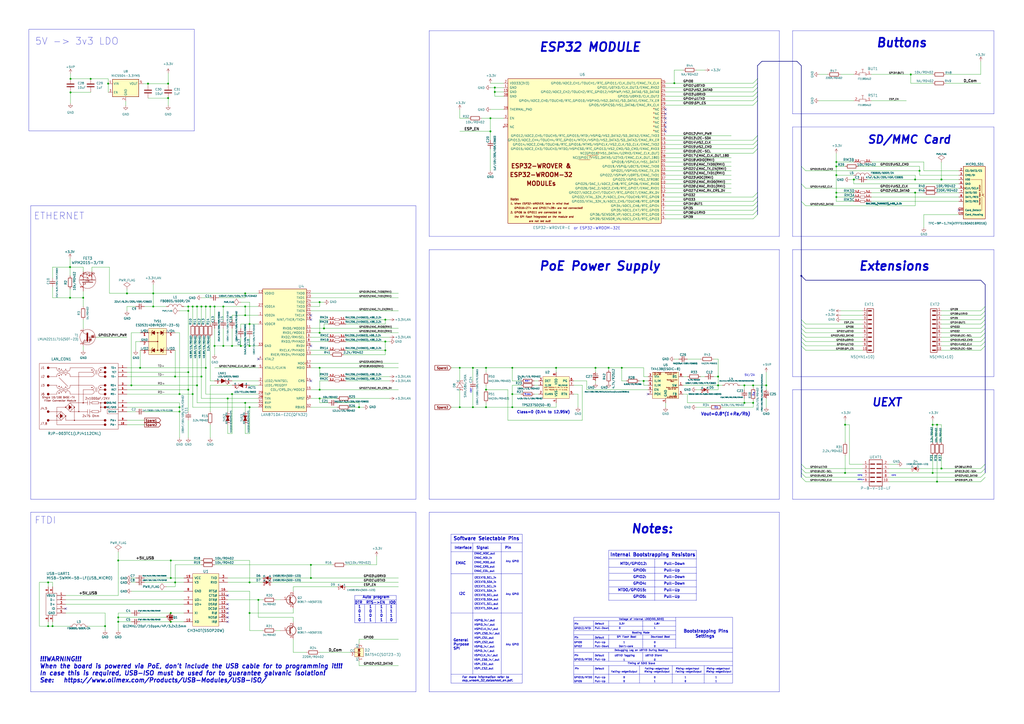
<source format=kicad_sch>
(kicad_sch (version 20230121) (generator eeschema)
  (paper "A2")
  (title_block (title "ESP32-PoE") (date "2024-06-06") (rev "L1"))
  (junction (at 142.24 177.8))
  (junction (at 144.78 236.22))
  (junction (at 416.56 218.44))
  (junction (at 391.16 48.26))
  (junction (at 353.06 213.36))
  (junction (at 134.62 200.66))
  (junction (at 530.86 111.76))
  (junction (at 99.06 360.68))
  (junction (at 284.48 76.2))
  (junction (at 111.76 177.8))
  (junction (at 104.14 236.22))
  (junction (at 124.46 200.66))
  (junction (at 185.42 175.26))
  (junction (at 485.14 93.98))
  (junction (at 40.64 154.94))
  (junction (at 345.44 213.36))
  (junction (at 68.58 358.14))
  (junction (at 284.48 68.58))
  (junction (at 142.24 170.18))
  (junction (at 62.738 48.514))
  (junction (at 360.68 213.36))
  (junction (at 30.48 363.22))
  (junction (at 73.66 170.18))
  (junction (at 185.42 213.36))
  (junction (at 76.2 223.52))
  (junction (at 287.02 53.34))
  (junction (at 274.32 213.36))
  (junction (at 142.24 182.88))
  (junction (at 116.84 177.8))
  (junction (at 104.14 228.6))
  (junction (at 101.6 218.44))
  (junction (at 541.02 246.38))
  (junction (at 149.86 347.98))
  (junction (at 266.7 213.36))
  (junction (at 431.8 223.52))
  (junction (at 111.76 228.6))
  (junction (at 68.58 325.12))
  (junction (at 119.38 213.36))
  (junction (at 546.1 104.14))
  (junction (at 287.02 50.8))
  (junction (at 114.3 223.52))
  (junction (at 99.06 355.6))
  (junction (at 40.894 45.72))
  (junction (at 99.06 335.28))
  (junction (at 297.18 228.6))
  (junction (at 485.14 96.52))
  (junction (at 60.96 363.22))
  (junction (at 543.56 246.38))
  (junction (at 490.22 274.32))
  (junction (at 373.38 220.98))
  (junction (at 528.32 43.18))
  (junction (at 114.3 177.8))
  (junction (at 322.58 213.36))
  (junction (at 27.94 337.82))
  (junction (at 485.14 111.76))
  (junction (at 485.14 101.6))
  (junction (at 109.22 180.34))
  (junction (at 129.54 177.8))
  (junction (at 104.14 238.76))
  (junction (at 180.34 335.28))
  (junction (at 116.84 218.44))
  (junction (at 142.24 233.68))
  (junction (at 129.54 200.66))
  (junction (at 431.8 233.68))
  (junction (at 444.5 223.52))
  (junction (at 464.82 160.02))
  (junction (at 85.852 48.514))
  (junction (at 185.42 226.06))
  (junction (at 297.18 236.22))
  (junction (at 274.32 236.22))
  (junction (at 119.38 177.8))
  (junction (at 40.894 53.594))
  (junction (at 27.94 363.22))
  (junction (at 541.02 274.32))
  (junction (at 132.08 231.14))
  (junction (at 490.22 246.38))
  (junction (at 281.94 213.36))
  (junction (at 109.22 177.8))
  (junction (at 187.96 190.5))
  (junction (at 208.28 236.22))
  (junction (at 40.64 172.72))
  (junction (at 223.52 198.12))
  (junction (at 144.78 355.6))
  (junction (at 223.52 203.2))
  (junction (at 97.536 48.514))
  (junction (at 144.78 337.82))
  (junction (at 543.56 279.4))
  (junction (at 88.9 177.8))
  (junction (at 48.26 172.72))
  (junction (at 266.7 236.22))
  (junction (at 533.4 99.06))
  (junction (at 68.58 360.68))
  (junction (at 124.46 177.8))
  (junction (at 546.1 271.78))
  (junction (at 88.9 170.18))
  (junction (at 109.22 215.9))
  (junction (at 281.94 226.06))
  (junction (at 495.3 104.14))
  (junction (at 101.6 337.82))
  (junction (at 530.86 104.14))
  (junction (at 223.52 185.42))
  (junction (at 485.14 114.3))
  (junction (at 134.62 228.6))
  (junction (at 436.88 223.52))
  (junction (at 144.78 200.66))
  (junction (at 139.7 200.66))
  (junction (at 52.578 45.72))
  (junction (at 185.42 193.04))
  (junction (at 97.536 56.896))
  (junction (at 281.94 236.22))
  (junction (at 144.78 187.96))
  (junction (at 416.56 223.52))
  (junction (at 99.06 325.12))
  (junction (at 121.92 177.8))
  (junction (at 185.42 231.14))
  (junction (at 180.34 327.66))
  (junction (at 297.18 213.36))
  (junction (at 109.22 226.06))
  (junction (at 436.88 233.68))
  (junction (at 81.28 213.36))
  (no_connect (at 386.08 68.58))
  (no_connect (at 386.08 71.12))
  (no_connect (at 386.08 63.5))
  (no_connect (at 132.08 350.52))
  (no_connect (at -62.23 172.72))
  (no_connect (at 132.08 358.14))
  (no_connect (at 180.34 185.42))
  (no_connect (at 180.34 200.66))
  (no_connect (at 386.08 73.66))
  (no_connect (at 375.92 228.6))
  (no_connect (at 386.08 66.04))
  (no_connect (at 180.34 182.88))
  (no_connect (at 132.08 353.06))
  (no_connect (at 149.86 208.28))
  (no_connect (at -53.34 194.31))
  (no_connect (at 132.08 360.68))
  (no_connect (at 386.08 76.2))
  (no_connect (at 180.34 220.98))
  (no_connect (at 132.08 355.6))
  (no_connect (at 132.08 345.44))
  (no_connect (at 38.1 353.06))
  (no_connect (at 556.26 121.92))
  (bus_entry (at 464.82 274.32) (size 2.54 2.54))
  (bus_entry (at 571.5 195.58) (size -2.54 2.54))
  (bus_entry (at 571.5 269.24) (size -2.54 2.54))
  (bus_entry (at 464.82 187.96) (size 2.54 2.54))
  (bus_entry (at 439.42 83.82) (size -2.54 2.54))
  (bus_entry (at 439.42 58.42) (size -2.54 2.54))
  (bus_entry (at 439.42 81.28) (size -2.54 2.54))
  (bus_entry (at 464.82 200.66) (size 2.54 2.54))
  (bus_entry (at 571.5 185.42) (size -2.54 2.54))
  (bus_entry (at 439.42 45.72) (size -2.54 2.54))
  (bus_entry (at 439.42 124.46) (size -2.54 2.54))
  (bus_entry (at 464.82 276.86) (size 2.54 2.54))
  (bus_entry (at 439.42 121.92) (size -2.54 2.54))
  (bus_entry (at 464.82 269.24) (size 2.54 2.54))
  (bus_entry (at 571.5 180.34) (size -2.54 2.54))
  (bus_entry (at 571.5 274.32) (size -2.54 2.54))
  (bus_entry (at 439.42 111.76) (size -2.54 2.54))
  (bus_entry (at 464.82 190.5) (size 2.54 2.54))
  (bus_entry (at 464.82 106.68) (size 2.54 2.54))
  (bus_entry (at 464.82 96.52) (size 2.54 2.54))
  (bus_entry (at 464.82 271.78) (size 2.54 2.54))
  (bus_entry (at 571.5 198.12) (size -2.54 2.54))
  (bus_entry (at 439.42 50.8) (size -2.54 2.54))
  (bus_entry (at 464.82 195.58) (size 2.54 2.54))
  (bus_entry (at 439.42 114.3) (size -2.54 2.54))
  (bus_entry (at 571.5 200.66) (size -2.54 2.54))
  (bus_entry (at 439.42 53.34) (size -2.54 2.54))
  (bus_entry (at 464.82 116.84) (size 2.54 2.54))
  (bus_entry (at 464.82 193.04) (size 2.54 2.54))
  (bus_entry (at 571.5 276.86) (size -2.54 2.54))
  (bus_entry (at 464.82 185.42) (size 2.54 2.54))
  (bus_entry (at 439.42 86.36) (size -2.54 2.54))
  (bus_entry (at 571.5 190.5) (size -2.54 2.54))
  (bus_entry (at 571.5 193.04) (size -2.54 2.54))
  (bus_entry (at 571.5 187.96) (size -2.54 2.54))
  (bus_entry (at 571.5 182.88) (size -2.54 2.54))
  (bus_entry (at 571.5 177.8) (size -2.54 2.54))
  (bus_entry (at 571.5 271.78) (size -2.54 2.54))
  (bus_entry (at 464.82 198.12) (size 2.54 2.54))
  (bus_entry (at 439.42 55.88) (size -2.54 2.54))
  (bus_entry (at 439.42 119.38) (size -2.54 2.54))
  (bus_entry (at 439.42 116.84) (size -2.54 2.54))
  (bus_entry (at 439.42 78.74) (size -2.54 2.54))
  (bus_entry (at 439.42 48.26) (size -2.54 2.54))
  (wire (pts (xy 22.86 363.22) (xy 27.94 363.22)))
  (wire (pts (xy 101.6 218.44) (xy 116.84 218.44)))
  (polyline (pts (xy 372.872 360.045) (xy 372.872 365.76)))
  (wire (pts (xy 111.76 228.6) (xy 111.76 236.22)))
  (wire (pts (xy 485.14 88.9) (xy 485.14 93.98)))
  (wire (pts (xy 500.38 180.34) (xy 487.68 180.34)))
  (wire (pts (xy 386.08 93.98) (xy 424.18 93.98)))
  (bus (pts (xy 439.42 48.26) (xy 439.42 50.8)))
  (wire (pts (xy 431.8 233.68) (xy 436.88 233.68)))
  (wire (pts (xy 142.24 172.72) (xy 142.24 170.18)))
  (wire (pts (xy 297.18 228.6) (xy 297.18 236.22)))
  (wire (pts (xy 185.42 218.44) (xy 185.42 213.36)))
  (wire (pts (xy 200.66 203.2) (xy 223.52 203.2)))
  (wire (pts (xy 170.18 358.14) (xy 149.86 358.14)))
  (wire (pts (xy 111.76 195.58) (xy 111.76 228.6)))
  (wire (pts (xy 78.74 337.82) (xy 76.2 337.82)))
  (polyline (pts (xy 390.017 386.08) (xy 390.017 396.24)))
  (wire (pts (xy 180.34 210.82) (xy 231.14 210.82)))
  (wire (pts (xy 190.5 187.96) (xy 187.96 187.96)))
  (wire (pts (xy 495.3 93.98) (xy 485.14 93.98)))
  (wire (pts (xy 160.02 365.76) (xy 162.56 365.76)))
  (wire (pts (xy 444.5 226.06) (xy 444.5 223.52)))
  (wire (pts (xy 134.62 223.52) (xy 121.92 223.52)))
  (wire (pts (xy 27.94 360.68) (xy 27.94 363.22)))
  (wire (pts (xy 266.7 68.58) (xy 271.78 68.58)))
  (bus (pts (xy 439.42 58.42) (xy 439.42 78.74)))
  (polyline (pts (xy 224.155 350.52) (xy 224.155 361.315)))
  (wire (pts (xy 340.36 220.98) (xy 332.74 220.98)))
  (wire (pts (xy 83.058 48.514) (xy 85.852 48.514)))
  (wire (pts (xy 195.58 233.68) (xy 208.28 233.68)))
  (wire (pts (xy 500.38 271.78) (xy 467.36 271.78)))
  (wire (pts (xy 528.32 48.26) (xy 528.32 43.18)))
  (wire (pts (xy 144.78 325.12) (xy 144.78 337.82)))
  (wire (pts (xy 419.1 236.22) (xy 436.88 236.22)))
  (wire (pts (xy 431.8 223.52) (xy 436.88 223.52)))
  (polyline (pts (xy 261.62 355.6) (xy 302.895 355.6)))
  (wire (pts (xy 302.26 220.98) (xy 297.18 220.98)))
  (wire (pts (xy 111.76 187.96) (xy 111.76 177.8)))
  (wire (pts (xy 396.24 223.52) (xy 416.56 223.52)))
  (wire (pts (xy 157.48 337.82) (xy 231.14 337.82)))
  (wire (pts (xy 60.96 355.6) (xy 38.1 355.6)))
  (wire (pts (xy 556.26 99.06) (xy 535.94 99.06)))
  (wire (pts (xy 444.5 215.9) (xy 444.5 223.52)))
  (wire (pts (xy 568.96 43.18) (xy 568.96 35.56)))
  (polyline (pts (xy 332.867 391.16) (xy 424.942 391.16)))
  (wire (pts (xy 88.9 170.18) (xy 88.9 177.8)))
  (wire (pts (xy 85.852 48.514) (xy 97.536 48.514)))
  (wire (pts (xy 180.34 172.72) (xy 231.14 172.72)))
  (wire (pts (xy 73.66 170.18) (xy 88.9 170.18)))
  (wire (pts (xy 132.08 251.46) (xy 134.62 251.46)))
  (wire (pts (xy 467.36 187.96) (xy 500.38 187.96)))
  (bus (pts (xy 464.82 185.42) (xy 464.82 187.96)))
  (wire (pts (xy 129.54 190.5) (xy 129.54 200.66)))
  (wire (pts (xy 203.2 236.22) (xy 208.28 236.22)))
  (wire (pts (xy 149.86 358.14) (xy 149.86 347.98)))
  (wire (pts (xy 386.08 109.22) (xy 424.18 109.22)))
  (wire (pts (xy 78.74 198.12) (xy 78.74 203.2)))
  (polyline (pts (xy 332.867 358.14) (xy 424.942 358.14)))
  (bus (pts (xy 439.42 38.1) (xy 441.96 35.56)))
  (wire (pts (xy 121.92 246.38) (xy 121.92 254)))
  (wire (pts (xy 185.42 233.68) (xy 190.5 233.68)))
  (wire (pts (xy 546.1 187.96) (xy 568.96 187.96)))
  (wire (pts (xy 68.58 355.6) (xy 68.58 358.14)))
  (wire (pts (xy 48.26 172.72) (xy 48.26 177.8)))
  (polyline (pts (xy 248.92 289.56) (xy 452.12 289.56)))
  (wire (pts (xy 139.7 187.96) (xy 144.78 187.96)))
  (wire (pts (xy 40.64 154.94) (xy 48.26 154.94)))
  (wire (pts (xy 335.28 228.6) (xy 335.28 236.22)))
  (wire (pts (xy 284.48 76.2) (xy 284.48 81.28)))
  (polyline (pts (xy 261.62 391.16) (xy 302.895 391.16)))
  (wire (pts (xy 30.48 172.72) (xy 40.64 172.72)))
  (polyline (pts (xy 205.74 345.44) (xy 205.74 361.315)))
  (wire (pts (xy 142.24 177.8) (xy 142.24 182.88)))
  (wire (pts (xy 114.3 187.96) (xy 114.3 177.8)))
  (wire (pts (xy 411.48 236.22) (xy 403.86 236.22)))
  (polyline (pts (xy 353.441 332.613) (xy 403.987 332.613)))
  (wire (pts (xy 274.32 220.98) (xy 274.32 213.36)))
  (wire (pts (xy 124.46 327.66) (xy 180.34 327.66)))
  (wire (pts (xy 363.22 220.98) (xy 360.68 220.98)))
  (polyline (pts (xy 370.967 386.08) (xy 370.967 396.24)))
  (polyline (pts (xy 459.74 218.44) (xy 576.58 218.44)))
  (bus (pts (xy 439.42 119.38) (xy 439.42 121.92)))
  (wire (pts (xy 490.22 243.84) (xy 490.22 246.38)))
  (wire (pts (xy 533.4 99.06) (xy 533.4 101.6)))
  (wire (pts (xy 109.22 180.34) (xy 109.22 177.8)))
  (wire (pts (xy 386.08 96.52) (xy 424.18 96.52)))
  (wire (pts (xy 38.1 350.52) (xy 106.68 350.52)))
  (bus (pts (xy 571.5 165.1) (xy 568.96 162.56)))
  (wire (pts (xy 76.2 223.52) (xy 114.3 223.52)))
  (wire (pts (xy 436.88 232.41) (xy 436.88 233.68)))
  (wire (pts (xy 27.94 337.82) (xy 30.48 337.82)))
  (polyline (pts (xy 379.857 324.231) (xy 379.857 348.361)))
  (wire (pts (xy 436.88 233.68) (xy 436.88 236.22)))
  (wire (pts (xy 180.34 226.06) (xy 185.42 226.06)))
  (wire (pts (xy 223.52 185.42) (xy 226.06 185.42)))
  (wire (pts (xy 142.24 233.68) (xy 149.86 233.68)))
  (wire (pts (xy 142.24 238.76) (xy 142.24 233.68)))
  (wire (pts (xy 109.22 180.34) (xy 109.22 215.9)))
  (wire (pts (xy 373.38 220.98) (xy 373.38 223.52)))
  (polyline (pts (xy 459.74 73.66) (xy 459.74 137.16)))
  (wire (pts (xy 114.3 233.68) (xy 142.24 233.68)))
  (wire (pts (xy 104.14 228.6) (xy 111.76 228.6)))
  (wire (pts (xy 48.26 185.42) (xy 48.26 190.5)))
  (bus (pts (xy 464.82 160.02) (xy 464.82 185.42)))
  (polyline (pts (xy 459.74 289.56) (xy 576.58 289.56)))
  (wire (pts (xy 515.62 276.86) (xy 568.96 276.86)))
  (polyline (pts (xy 576.58 226.06) (xy 459.74 226.06)))
  (wire (pts (xy 180.34 193.04) (xy 185.42 193.04)))
  (wire (pts (xy 129.54 177.8) (xy 142.24 177.8)))
  (wire (pts (xy 180.34 195.58) (xy 190.5 195.58)))
  (wire (pts (xy 27.94 363.22) (xy 30.48 363.22)))
  (wire (pts (xy 274.32 213.36) (xy 281.94 213.36)))
  (bus (pts (xy 439.42 116.84) (xy 439.42 119.38)))
  (wire (pts (xy 62.738 48.514) (xy 62.738 45.72)))
  (wire (pts (xy 119.38 228.6) (xy 134.62 228.6)))
  (wire (pts (xy 515.62 279.4) (xy 543.56 279.4)))
  (wire (pts (xy 127 172.72) (xy 142.24 172.72)))
  (wire (pts (xy 52.578 53.594) (xy 40.894 53.594)))
  (wire (pts (xy 515.62 269.24) (xy 520.7 269.24)))
  (polyline (pts (xy 576.58 144.78) (xy 459.74 144.78)))
  (wire (pts (xy 261.62 236.22) (xy 266.7 236.22)))
  (wire (pts (xy 386.08 55.88) (xy 436.88 55.88)))
  (wire (pts (xy 546.1 195.58) (xy 568.96 195.58)))
  (wire (pts (xy 322.58 236.22) (xy 297.18 236.22)))
  (wire (pts (xy 284.48 48.26) (xy 292.1 48.26)))
  (wire (pts (xy 185.42 220.98) (xy 185.42 226.06)))
  (wire (pts (xy 386.08 91.44) (xy 424.18 91.44)))
  (wire (pts (xy 208.28 233.68) (xy 208.28 236.22)))
  (wire (pts (xy 337.82 223.52) (xy 332.74 223.52)))
  (wire (pts (xy 97.536 48.514) (xy 97.536 49.276)))
  (polyline (pts (xy 332.867 368.3) (xy 391.922 368.3)))
  (wire (pts (xy 99.06 360.68) (xy 106.68 360.68)))
  (wire (pts (xy 261.62 213.36) (xy 266.7 213.36)))
  (wire (pts (xy 160.02 347.98) (xy 162.56 347.98)))
  (wire (pts (xy 78.74 335.28) (xy 76.2 335.28)))
  (bus (pts (xy 464.82 271.78) (xy 464.82 274.32)))
  (wire (pts (xy 429.26 223.52) (xy 431.8 223.52)))
  (wire (pts (xy 40.894 53.594) (xy 40.894 59.944)))
  (wire (pts (xy 129.54 200.66) (xy 134.62 200.66)))
  (wire (pts (xy 568.96 198.12) (xy 546.1 198.12)))
  (wire (pts (xy 436.88 223.52) (xy 444.5 223.52)))
  (polyline (pts (xy 332.867 375.92) (xy 424.942 375.92)))
  (polyline (pts (xy 459.74 226.06) (xy 459.74 289.56)))
  (wire (pts (xy 485.14 101.6) (xy 495.3 101.6)))
  (wire (pts (xy 535.94 109.22) (xy 467.36 109.22)))
  (wire (pts (xy 170.18 370.84) (xy 170.18 378.46)))
  (wire (pts (xy 27.94 337.82) (xy 22.86 337.82)))
  (wire (pts (xy 226.06 218.44) (xy 200.66 218.44)))
  (wire (pts (xy 396.24 218.44) (xy 398.78 218.44)))
  (wire (pts (xy 149.86 223.52) (xy 144.78 223.52)))
  (wire (pts (xy 180.34 177.8) (xy 185.42 177.8)))
  (wire (pts (xy 40.894 42.672) (xy 40.894 45.72)))
  (polyline (pts (xy 372.872 368.3) (xy 372.872 375.92)))
  (wire (pts (xy 124.46 200.66) (xy 124.46 205.74)))
  (wire (pts (xy 121.92 172.72) (xy 116.84 172.72)))
  (wire (pts (xy 195.58 236.22) (xy 180.34 236.22)))
  (wire (pts (xy 386.08 127) (xy 436.88 127)))
  (bus (pts (xy 464.82 193.04) (xy 464.82 195.58)))
  (wire (pts (xy 490.22 264.16) (xy 490.22 274.32)))
  (wire (pts (xy 546.1 271.78) (xy 568.96 271.78)))
  (wire (pts (xy 386.08 111.76) (xy 424.18 111.76)))
  (wire (pts (xy 386.08 50.8) (xy 436.88 50.8)))
  (bus (pts (xy 571.5 187.96) (xy 571.5 190.5)))
  (wire (pts (xy 40.64 172.72) (xy 40.64 167.64)))
  (polyline (pts (xy 248.92 401.32) (xy 452.12 401.32)))
  (wire (pts (xy 142.24 251.46) (xy 144.78 251.46)))
  (wire (pts (xy 142.24 246.38) (xy 142.24 251.46)))
  (bus (pts (xy 441.96 35.56) (xy 462.28 35.56)))
  (polyline (pts (xy 248.92 144.78) (xy 248.92 289.56)))
  (wire (pts (xy 279.4 68.58) (xy 284.48 68.58)))
  (wire (pts (xy 416.56 223.52) (xy 416.56 218.44)))
  (bus (pts (xy 439.42 83.82) (xy 439.42 86.36)))
  (wire (pts (xy 30.48 340.36) (xy 30.48 337.82)))
  (wire (pts (xy 99.06 355.6) (xy 106.68 355.6)))
  (wire (pts (xy 134.62 182.88) (xy 134.62 185.42)))
  (wire (pts (xy 187.96 187.96) (xy 187.96 190.5)))
  (wire (pts (xy 124.46 185.42) (xy 124.46 177.8)))
  (wire (pts (xy 30.48 161.29) (xy 30.48 154.94)))
  (wire (pts (xy 386.08 104.14) (xy 424.18 104.14)))
  (wire (pts (xy 180.34 335.28) (xy 231.14 335.28)))
  (wire (pts (xy 345.44 220.98) (xy 345.44 222.25)))
  (wire (pts (xy 541.02 243.84) (xy 541.02 246.38)))
  (wire (pts (xy 274.32 226.06) (xy 274.32 236.22)))
  (wire (pts (xy 492.76 104.14) (xy 495.3 104.14)))
  (wire (pts (xy 500.38 193.04) (xy 467.36 193.04)))
  (wire (pts (xy 281.94 233.68) (xy 281.94 236.22)))
  (polyline (pts (xy 353.187 324.231) (xy 403.987 324.231)))
  (wire (pts (xy 546.1 104.14) (xy 556.26 104.14)))
  (wire (pts (xy 467.36 274.32) (xy 490.22 274.32)))
  (wire (pts (xy 485.14 111.76) (xy 485.14 114.3)))
  (wire (pts (xy 386.08 99.06) (xy 424.18 99.06)))
  (wire (pts (xy 149.86 213.36) (xy 124.46 213.36)))
  (polyline (pts (xy 391.922 375.92) (xy 391.922 358.14)))
  (polyline (pts (xy 17.78 119.38) (xy 241.3 119.38)))
  (polyline (pts (xy 302.895 396.24) (xy 261.62 396.24)))
  (wire (pts (xy 62.738 45.72) (xy 52.578 45.72)))
  (polyline (pts (xy 261.62 309.88) (xy 302.895 309.88)))
  (wire (pts (xy 386.08 116.84) (xy 436.88 116.84)))
  (wire (pts (xy 124.46 325.12) (xy 144.78 325.12)))
  (wire (pts (xy 490.22 274.32) (xy 500.38 274.32)))
  (wire (pts (xy 185.42 226.06) (xy 231.14 226.06)))
  (wire (pts (xy 83.82 238.76) (xy 104.14 238.76)))
  (wire (pts (xy 180.34 198.12) (xy 190.5 198.12)))
  (wire (pts (xy 266.7 236.22) (xy 266.7 226.06)))
  (wire (pts (xy 48.26 172.72) (xy 40.64 172.72)))
  (polyline (pts (xy 332.867 386.08) (xy 424.942 386.08)))
  (wire (pts (xy 543.56 246.38) (xy 543.56 256.54)))
  (wire (pts (xy 416.56 208.28) (xy 414.02 208.28)))
  (wire (pts (xy 187.96 190.5) (xy 231.14 190.5)))
  (wire (pts (xy 223.52 187.96) (xy 223.52 185.42)))
  (wire (pts (xy 144.78 337.82) (xy 152.4 337.82)))
  (wire (pts (xy 73.66 218.44) (xy 101.6 218.44)))
  (wire (pts (xy 81.28 198.12) (xy 78.74 198.12)))
  (wire (pts (xy 485.14 114.3) (xy 485.14 116.84)))
  (polyline (pts (xy 248.92 17.78) (xy 248.92 137.16)))
  (wire (pts (xy 119.38 195.58) (xy 119.38 213.36)))
  (wire (pts (xy 485.14 111.76) (xy 495.3 111.76)))
  (polyline (pts (xy 353.187 360.045) (xy 353.187 365.76)))
  (wire (pts (xy 81.28 193.04) (xy 76.2 193.04)))
  (wire (pts (xy 490.22 246.38) (xy 492.76 246.38)))
  (wire (pts (xy 302.26 228.6) (xy 297.18 228.6)))
  (wire (pts (xy 505.46 111.76) (xy 530.86 111.76)))
  (wire (pts (xy 190.5 185.42) (xy 185.42 185.42)))
  (wire (pts (xy 132.08 342.9) (xy 144.78 342.9)))
  (wire (pts (xy 541.02 48.26) (xy 528.32 48.26)))
  (wire (pts (xy 73.66 215.9) (xy 109.22 215.9)))
  (wire (pts (xy 386.08 83.82) (xy 436.88 83.82)))
  (wire (pts (xy 287.02 53.34) (xy 287.02 55.88)))
  (wire (pts (xy 81.28 213.36) (xy 119.38 213.36)))
  (wire (pts (xy 266.7 213.36) (xy 266.7 220.98)))
  (polyline (pts (xy 353.187 386.08) (xy 353.187 396.24)))
  (wire (pts (xy 180.34 205.74) (xy 191.77 205.74)))
  (polyline (pts (xy 17.78 297.18) (xy 241.3 297.18)))
  (wire (pts (xy 312.42 223.52) (xy 309.88 223.52)))
  (wire (pts (xy 48.26 154.94) (xy 48.26 157.48)))
  (wire (pts (xy 104.14 236.22) (xy 104.14 238.76)))
  (wire (pts (xy 485.14 114.3) (xy 495.3 114.3)))
  (wire (pts (xy 436.88 224.79) (xy 436.88 223.52)))
  (wire (pts (xy 124.46 190.5) (xy 124.46 200.66)))
  (bus (pts (xy 571.5 177.8) (xy 571.5 180.34)))
  (wire (pts (xy 309.88 220.98) (xy 312.42 220.98)))
  (wire (pts (xy 373.38 218.44) (xy 375.92 218.44)))
  (wire (pts (xy 88.9 170.18) (xy 142.24 170.18)))
  (polyline (pts (xy 459.74 66.04) (xy 576.58 66.04)))
  (wire (pts (xy 157.48 335.28) (xy 180.34 335.28)))
  (wire (pts (xy 144.78 355.6) (xy 144.78 365.76)))
  (wire (pts (xy 431.8 226.06) (xy 431.8 223.52)))
  (wire (pts (xy 72.898 61.214) (xy 72.898 58.674)))
  (wire (pts (xy 76.2 360.68) (xy 68.58 360.68)))
  (wire (pts (xy 180.34 231.14) (xy 185.42 231.14)))
  (wire (pts (xy 116.84 218.44) (xy 116.84 231.14)))
  (wire (pts (xy 431.8 233.68) (xy 398.78 233.68)))
  (wire (pts (xy 116.84 231.14) (xy 132.08 231.14)))
  (wire (pts (xy 386.08 233.68) (xy 386.08 236.22)))
  (wire (pts (xy 223.52 198.12) (xy 223.52 203.2)))
  (wire (pts (xy 88.9 165.1) (xy 88.9 170.18)))
  (bus (pts (xy 439.42 55.88) (xy 439.42 58.42)))
  (polyline (pts (xy 248.92 401.32) (xy 248.92 297.18)))
  (wire (pts (xy 287.02 55.88) (xy 292.1 55.88)))
  (wire (pts (xy 144.78 187.96) (xy 144.78 175.26)))
  (polyline (pts (xy 17.78 119.38) (xy 17.78 289.56)))
  (wire (pts (xy 568.96 180.34) (xy 546.1 180.34)))
  (wire (pts (xy 541.02 274.32) (xy 568.96 274.32)))
  (wire (pts (xy 170.18 340.36) (xy 195.58 340.36)))
  (wire (pts (xy 170.18 342.9) (xy 170.18 340.36)))
  (polyline (pts (xy 452.12 17.78) (xy 248.92 17.78)))
  (polyline (pts (xy 353.187 368.3) (xy 353.187 375.92)))
  (bus (pts (xy 464.82 198.12) (xy 464.82 200.66)))
  (polyline (pts (xy 211.455 350.52) (xy 211.455 361.315)))
  (wire (pts (xy 284.48 86.36) (xy 284.48 99.06)))
  (polyline (pts (xy 332.867 396.24) (xy 424.942 396.24)))
  (wire (pts (xy 76.2 355.6) (xy 68.58 355.6)))
  (polyline (pts (xy 205.74 350.52) (xy 229.87 350.52)))
  (wire (pts (xy 139.7 200.66) (xy 144.78 200.66)))
  (wire (pts (xy 375.92 220.98) (xy 373.38 220.98)))
  (polyline (pts (xy 576.58 289.56) (xy 576.58 226.06)))
  (wire (pts (xy 386.08 53.34) (xy 436.88 53.34)))
  (wire (pts (xy 546.1 200.66) (xy 568.96 200.66)))
  (wire (pts (xy 193.04 327.66) (xy 180.34 327.66)))
  (wire (pts (xy 144.78 190.5) (xy 144.78 187.96)))
  (bus (pts (xy 568.96 162.56) (xy 467.36 162.56)))
  (wire (pts (xy 530.86 111.76) (xy 535.94 111.76)))
  (wire (pts (xy 322.58 233.68) (xy 322.58 236.22)))
  (wire (pts (xy 101.6 340.36) (xy 101.6 337.82)))
  (wire (pts (xy 297.18 213.36) (xy 322.58 213.36)))
  (wire (pts (xy 281.94 215.9) (xy 281.94 213.36)))
  (wire (pts (xy 121.92 177.8) (xy 124.46 177.8)))
  (wire (pts (xy 30.48 363.22) (xy 40.64 363.22)))
  (bus (pts (xy 439.42 53.34) (xy 439.42 55.88)))
  (wire (pts (xy 40.894 45.72) (xy 52.578 45.72)))
  (polyline (pts (xy 332.867 383.54) (xy 424.942 383.54)))
  (wire (pts (xy 492.76 269.24) (xy 492.76 246.38)))
  (wire (pts (xy 101.6 327.66) (xy 101.6 337.82)))
  (wire (pts (xy 185.42 213.36) (xy 231.14 213.36)))
  (polyline (pts (xy 229.87 361.315) (xy 205.74 361.315)))
  (wire (pts (xy 431.8 231.14) (xy 431.8 233.68)))
  (wire (pts (xy 132.08 337.82) (xy 144.78 337.82)))
  (wire (pts (xy 495.3 106.68) (xy 495.3 104.14)))
  (wire (pts (xy 185.42 193.04) (xy 231.14 193.04)))
  (wire (pts (xy 266.7 63.5) (xy 266.7 68.58)))
  (wire (pts (xy 515.62 274.32) (xy 541.02 274.32)))
  (wire (pts (xy 546.1 246.38) (xy 546.1 256.54)))
  (wire (pts (xy 292.1 53.34) (xy 287.02 53.34)))
  (wire (pts (xy 467.36 200.66) (xy 500.38 200.66)))
  (wire (pts (xy 487.68 43.18) (xy 495.3 43.18)))
  (wire (pts (xy 373.38 213.36) (xy 373.38 218.44)))
  (wire (pts (xy 139.7 200.66) (xy 139.7 195.58)))
  (wire (pts (xy 180.34 190.5) (xy 187.96 190.5)))
  (wire (pts (xy 73.66 226.06) (xy 109.22 226.06)))
  (wire (pts (xy 416.56 223.52) (xy 416.56 226.06)))
  (wire (pts (xy 185.42 175.26) (xy 187.96 175.26)))
  (wire (pts (xy 119.38 177.8) (xy 121.92 177.8)))
  (wire (pts (xy 360.68 220.98) (xy 360.68 213.36)))
  (wire (pts (xy 116.84 325.12) (xy 99.06 325.12)))
  (wire (pts (xy 467.36 195.58) (xy 500.38 195.58)))
  (wire (pts (xy 386.08 58.42) (xy 436.88 58.42)))
  (wire (pts (xy 132.08 231.14) (xy 149.86 231.14)))
  (wire (pts (xy 76.2 193.04) (xy 76.2 223.52)))
  (wire (pts (xy 190.5 220.98) (xy 185.42 220.98)))
  (wire (pts (xy 287.02 50.8) (xy 287.02 53.34)))
  (wire (pts (xy 109.22 243.84) (xy 109.22 254)))
  (wire (pts (xy 129.54 185.42) (xy 129.54 177.8)))
  (wire (pts (xy 416.56 218.44) (xy 414.02 218.44)))
  (bus (pts (xy 571.5 200.66) (xy 571.5 269.24)))
  (wire (pts (xy 180.34 327.66) (xy 180.34 335.28)))
  (wire (pts (xy 200.66 340.36) (xy 231.14 340.36)))
  (wire (pts (xy 53.34 154.94) (xy 63.5 154.94)))
  (wire (pts (xy 543.56 111.76) (xy 556.26 111.76)))
  (wire (pts (xy 485.14 101.6) (xy 485.14 111.76)))
  (wire (pts (xy 83.82 335.28) (xy 99.06 335.28)))
  (polyline (pts (xy 459.74 144.78) (xy 459.74 218.44)))
  (polyline (pts (xy 205.74 347.98) (xy 229.87 347.98)))
  (wire (pts (xy 116.84 187.96) (xy 116.84 177.8)))
  (wire (pts (xy 139.7 175.26) (xy 144.78 175.26)))
  (wire (pts (xy 180.34 203.2) (xy 190.5 203.2)))
  (wire (pts (xy 543.56 246.38) (xy 541.02 246.38)))
  (wire (pts (xy 85.852 56.896) (xy 97.536 56.896)))
  (wire (pts (xy 345.44 215.9) (xy 345.44 213.36)))
  (wire (pts (xy 40.64 149.86) (xy 40.64 154.94)))
  (wire (pts (xy 345.44 213.36) (xy 353.06 213.36)))
  (wire (pts (xy 104.14 180.34) (xy 109.22 180.34)))
  (polyline (pts (xy 452.12 401.32) (xy 452.12 297.18)))
  (wire (pts (xy 121.92 187.96) (xy 121.92 177.8)))
  (wire (pts (xy 386.08 48.26) (xy 391.16 48.26)))
  (wire (pts (xy 114.3 223.52) (xy 114.3 233.68)))
  (wire (pts (xy 292.1 63.5) (xy 284.48 63.5)))
  (wire (pts (xy 109.22 177.8) (xy 111.76 177.8)))
  (wire (pts (xy 396.24 40.64) (xy 391.16 40.64)))
  (wire (pts (xy 83.82 337.82) (xy 101.6 337.82)))
  (wire (pts (xy 97.536 42.418) (xy 97.536 48.514)))
  (wire (pts (xy 109.22 215.9) (xy 109.22 226.06)))
  (polyline (pts (xy 332.867 363.22) (xy 391.922 363.22)))
  (wire (pts (xy 200.66 187.96) (xy 223.52 187.96)))
  (wire (pts (xy 353.06 213.36) (xy 360.68 213.36)))
  (wire (pts (xy 556.26 106.68) (xy 495.3 106.68)))
  (bus (pts (xy 571.5 269.24) (xy 571.5 271.78)))
  (wire (pts (xy 386.08 114.3) (xy 436.88 114.3)))
  (wire (pts (xy 99.06 335.28) (xy 106.68 335.28)))
  (bus (pts (xy 464.82 195.58) (xy 464.82 198.12)))
  (wire (pts (xy 208.28 383.54) (xy 208.28 386.08)))
  (wire (pts (xy 144.78 342.9) (xy 144.78 355.6)))
  (bus (pts (xy 439.42 78.74) (xy 439.42 81.28)))
  (polyline (pts (xy 452.12 17.78) (xy 452.12 137.16)))
  (wire (pts (xy 40.64 160.02) (xy 40.64 154.94)))
  (wire (pts (xy 398.78 233.68) (xy 398.78 228.6)))
  (wire (pts (xy 266.7 236.22) (xy 274.32 236.22)))
  (bus (pts (xy 464.82 38.1) (xy 464.82 96.52)))
  (polyline (pts (xy 332.867 358.14) (xy 332.867 396.24)))
  (wire (pts (xy 223.52 198.12) (xy 226.06 198.12)))
  (bus (pts (xy 462.28 35.56) (xy 464.82 38.1)))
  (wire (pts (xy 144.78 200.66) (xy 149.86 200.66)))
  (polyline (pts (xy 332.867 378.46) (xy 424.942 378.46)))
  (wire (pts (xy 208.28 370.84) (xy 208.28 373.38)))
  (polyline (pts (xy 576.58 137.16) (xy 576.58 73.66)))
  (wire (pts (xy 474.98 43.18) (xy 480.06 43.18)))
  (wire (pts (xy 543.56 279.4) (xy 568.96 279.4)))
  (bus (pts (xy 571.5 193.04) (xy 571.5 195.58)))
  (wire (pts (xy 386.08 78.74) (xy 424.18 78.74)))
  (wire (pts (xy 119.38 213.36) (xy 119.38 228.6)))
  (wire (pts (xy 281.94 226.06) (xy 281.94 223.52)))
  (bus (pts (xy 439.42 50.8) (xy 439.42 53.34)))
  (polyline (pts (xy 241.3 289.56) (xy 241.3 119.38)))
  (wire (pts (xy 444.5 231.14) (xy 444.5 236.22)))
  (wire (pts (xy 104.14 238.76) (xy 104.14 254)))
  (wire (pts (xy 391.16 40.64) (xy 391.16 48.26)))
  (wire (pts (xy 73.66 223.52) (xy 76.2 223.52)))
  (wire (pts (xy 109.22 226.06) (xy 109.22 238.76)))
  (wire (pts (xy 284.48 76.2) (xy 266.7 76.2)))
  (wire (pts (xy 208.28 386.08) (xy 231.14 386.08)))
  (wire (pts (xy 485.14 96.52) (xy 485.14 101.6)))
  (wire (pts (xy 533.4 271.78) (xy 546.1 271.78)))
  (wire (pts (xy 546.1 193.04) (xy 568.96 193.04)))
  (bus (pts (xy 439.42 45.72) (xy 439.42 48.26)))
  (wire (pts (xy 200.66 195.58) (xy 226.06 195.58)))
  (wire (pts (xy 533.4 101.6) (xy 556.26 101.6)))
  (wire (pts (xy 406.4 208.28) (xy 398.78 208.28)))
  (wire (pts (xy 104.14 193.04) (xy 104.14 228.6)))
  (wire (pts (xy 199.39 205.74) (xy 223.52 205.74)))
  (wire (pts (xy 568.96 190.5) (xy 546.1 190.5)))
  (wire (pts (xy 386.08 121.92) (xy 436.88 121.92)))
  (wire (pts (xy 386.08 60.96) (xy 436.88 60.96)))
  (wire (pts (xy 73.66 228.6) (xy 104.14 228.6)))
  (wire (pts (xy 132.08 246.38) (xy 132.08 251.46)))
  (wire (pts (xy 97.536 61.214) (xy 97.536 56.896)))
  (wire (pts (xy 530.86 111.76) (xy 530.86 119.38)))
  (wire (pts (xy 505.46 43.18) (xy 528.32 43.18)))
  (wire (pts (xy 419.1 223.52) (xy 416.56 223.52)))
  (bus (pts (xy 571.5 165.1) (xy 571.5 177.8)))
  (wire (pts (xy 144.78 187.96) (xy 149.86 187.96)))
  (polyline (pts (xy 576.58 17.78) (xy 459.74 17.78)))
  (wire (pts (xy 396.24 228.6) (xy 398.78 228.6)))
  (wire (pts (xy 73.66 246.38) (xy 83.82 246.38)))
  (wire (pts (xy 373.38 223.52) (xy 375.92 223.52)))
  (bus (pts (xy 571.5 185.42) (xy 571.5 187.96)))
  (wire (pts (xy 467.36 190.5) (xy 500.38 190.5)))
  (polyline (pts (xy 372.872 383.54) (xy 372.872 378.46)))
  (wire (pts (xy 386.08 119.38) (xy 436.88 119.38)))
  (polyline (pts (xy 353.187 329.057) (xy 403.987 329.057)))
  (polyline (pts (xy 261.62 320.04) (xy 302.895 320.04)))
  (wire (pts (xy 223.52 203.2) (xy 223.52 205.74)))
  (wire (pts (xy 266.7 213.36) (xy 274.32 213.36)))
  (wire (pts (xy 170.18 360.68) (xy 170.18 358.14)))
  (polyline (pts (xy 576.58 218.44) (xy 576.58 144.78)))
  (bus (pts (xy 464.82 190.5) (xy 464.82 193.04)))
  (wire (pts (xy 73.66 238.76) (xy 78.74 238.76)))
  (wire (pts (xy 485.14 96.52) (xy 490.22 96.52)))
  (wire (pts (xy 60.96 363.22) (xy 60.96 365.76)))
  (wire (pts (xy 132.08 347.98) (xy 149.86 347.98)))
  (wire (pts (xy 48.26 203.2) (xy 48.26 200.66)))
  (wire (pts (xy 386.08 106.68) (xy 424.18 106.68)))
  (wire (pts (xy 546.1 264.16) (xy 546.1 271.78)))
  (wire (pts (xy 96.52 340.36) (xy 101.6 340.36)))
  (polyline (pts (xy 17.78 401.32) (xy 241.3 401.32)))
  (wire (pts (xy 502.92 104.14) (xy 530.86 104.14)))
  (wire (pts (xy 528.32 271.78) (xy 515.62 271.78)))
  (wire (pts (xy 411.48 226.06) (xy 416.56 226.06)))
  (polyline (pts (xy 353.187 319.151) (xy 403.987 319.151)))
  (wire (pts (xy 60.96 355.6) (xy 60.96 363.22)))
  (wire (pts (xy 546.1 182.88) (xy 568.96 182.88)))
  (wire (pts (xy 208.28 370.84) (xy 231.14 370.84)))
  (wire (pts (xy 535.94 132.08) (xy 535.94 124.46)))
  (wire (pts (xy 73.66 167.64) (xy 73.66 170.18)))
  (wire (pts (xy 416.56 218.44) (xy 416.56 208.28)))
  (polyline (pts (xy 248.92 297.18) (xy 452.12 297.18)))
  (wire (pts (xy 116.84 195.58) (xy 116.84 218.44)))
  (polyline (pts (xy 353.187 348.234) (xy 403.987 348.234)))
  (wire (pts (xy 124.46 177.8) (xy 129.54 177.8)))
  (wire (pts (xy 73.66 243.84) (xy 83.82 243.84)))
  (polyline (pts (xy 261.62 332.74) (xy 302.895 332.74)))
  (bus (pts (xy 464.82 106.68) (xy 464.82 116.84)))
  (polyline (pts (xy 459.74 137.16) (xy 576.58 137.16)))
  (wire (pts (xy 200.66 185.42) (xy 223.52 185.42)))
  (wire (pts (xy 485.14 93.98) (xy 485.14 96.52)))
  (wire (pts (xy 403.86 40.64) (xy 408.94 40.64)))
  (wire (pts (xy 121.92 223.52) (xy 121.92 238.76)))
  (wire (pts (xy 391.16 208.28) (xy 393.7 208.28)))
  (wire (pts (xy 500.38 185.42) (xy 487.68 185.42)))
  (wire (pts (xy 500.38 198.12) (xy 467.36 198.12)))
  (wire (pts (xy 332.74 228.6) (xy 335.28 228.6)))
  (wire (pts (xy 111.76 177.8) (xy 114.3 177.8)))
  (wire (pts (xy 541.02 246.38) (xy 541.02 256.54)))
  (wire (pts (xy 63.5 170.18) (xy 73.66 170.18)))
  (wire (pts (xy 568.96 185.42) (xy 546.1 185.42)))
  (wire (pts (xy 55.88 195.58) (xy 73.66 195.58)))
  (wire (pts (xy 208.28 236.22) (xy 210.82 236.22)))
  (wire (pts (xy 134.62 228.6) (xy 149.86 228.6)))
  (wire (pts (xy 309.88 228.6) (xy 312.42 228.6)))
  (wire (pts (xy 63.5 154.94) (xy 63.5 170.18)))
  (polyline (pts (xy 229.87 345.44) (xy 205.74 345.44)))
  (wire (pts (xy 200.66 198.12) (xy 223.52 198.12)))
  (wire (pts (xy 530.86 101.6) (xy 530.86 104.14)))
  (wire (pts (xy 116.84 327.66) (xy 101.6 327.66)))
  (bus (pts (xy 571.5 180.34) (xy 571.5 182.88)))
  (wire (pts (xy 134.62 200.66) (xy 139.7 200.66)))
  (wire (pts (xy 53.34 157.48) (xy 53.34 154.94)))
  (polyline (pts (xy 17.78 297.18) (xy 17.78 401.32)))
  (wire (pts (xy 116.84 177.8) (xy 119.38 177.8)))
  (wire (pts (xy 467.36 119.38) (xy 530.86 119.38)))
  (wire (pts (xy 73.66 236.22) (xy 104.14 236.22)))
  (bus (pts (xy 464.82 96.52) (xy 464.82 106.68)))
  (wire (pts (xy 30.48 154.94) (xy 40.64 154.94)))
  (polyline (pts (xy 403.987 319.151) (xy 403.987 348.361)))
  (polyline (pts (xy 17.78 289.56) (xy 241.3 289.56)))
  (wire (pts (xy 180.34 213.36) (xy 185.42 213.36)))
  (bus (pts (xy 571.5 198.12) (xy 571.5 200.66)))
  (wire (pts (xy 568.96 203.2) (xy 546.1 203.2)))
  (wire (pts (xy 281.94 226.06) (xy 294.64 226.06)))
  (bus (pts (xy 464.82 274.32) (xy 464.82 276.86)))
  (wire (pts (xy 62.738 48.514) (xy 62.738 53.594)))
  (wire (pts (xy 353.06 214.63) (xy 353.06 213.36)))
  (wire (pts (xy 119.38 187.96) (xy 119.38 177.8)))
  (wire (pts (xy 294.64 226.06) (xy 294.64 243.84)))
  (wire (pts (xy 73.66 233.68) (xy 104.14 233.68)))
  (wire (pts (xy 88.9 177.8) (xy 83.82 177.8)))
  (wire (pts (xy 144.78 236.22) (xy 149.86 236.22)))
  (bus (pts (xy 439.42 81.28) (xy 439.42 83.82)))
  (bus (pts (xy 464.82 116.84) (xy 464.82 160.02)))
  (wire (pts (xy 406.4 218.44) (xy 408.94 218.44)))
  (polyline (pts (xy 452.12 144.78) (xy 452.12 289.56)))
  (wire (pts (xy 68.58 360.68) (xy 68.58 365.76)))
  (wire (pts (xy 505.46 116.84) (xy 556.26 116.84)))
  (wire (pts (xy 134.62 251.46) (xy 134.62 228.6)))
  (polyline (pts (xy 344.297 368.3) (xy 344.297 375.92)))
  (wire (pts (xy 533.4 99.06) (xy 467.36 99.06)))
  (polyline (pts (xy 332.867 360.045) (xy 391.922 360.045)))
  (bus (pts (xy 439.42 111.76) (xy 439.42 114.3)))
  (bus (pts (xy 467.36 162.56) (xy 464.82 160.02)))
  (wire (pts (xy 22.86 337.82) (xy 22.86 363.22)))
  (wire (pts (xy 322.58 213.36) (xy 345.44 213.36)))
  (polyline (pts (xy 576.58 73.66) (xy 459.74 73.66)))
  (wire (pts (xy 322.58 215.9) (xy 322.58 213.36)))
  (wire (pts (xy 144.78 200.66) (xy 144.78 195.58)))
  (wire (pts (xy 101.6 203.2) (xy 101.6 218.44)))
  (wire (pts (xy 190.5 218.44) (xy 185.42 218.44)))
  (wire (pts (xy 543.56 264.16) (xy 543.56 279.4)))
  (wire (pts (xy 114.3 195.58) (xy 114.3 223.52)))
  (wire (pts (xy 535.94 99.06) (xy 535.94 93.98)))
  (wire (pts (xy 337.82 243.84) (xy 337.82 223.52)))
  (wire (pts (xy 497.84 96.52) (xy 533.4 96.52)))
  (wire (pts (xy 281.94 213.36) (xy 297.18 213.36)))
  (wire (pts (xy 68.58 320.04) (xy 68.58 325.12)))
  (wire (pts (xy 38.1 345.44) (xy 68.58 345.44)))
  (wire (pts (xy 287.02 50.8) (xy 292.1 50.8)))
  (wire (pts (xy 530.86 104.14) (xy 546.1 104.14)))
  (wire (pts (xy 294.64 243.84) (xy 337.82 243.84)))
  (wire (pts (xy 391.16 48.26) (xy 436.88 48.26)))
  (polyline (pts (xy 248.92 144.78) (xy 452.12 144.78)))
  (wire (pts (xy 177.8 378.46) (xy 170.18 378.46)))
  (polyline (pts (xy 229.87 345.44) (xy 229.87 361.315)))
  (wire (pts (xy 68.58 358.14) (xy 68.58 360.68)))
  (wire (pts (xy 200.66 327.66) (xy 218.44 327.66)))
  (polyline (pts (xy 576.58 66.04) (xy 576.58 17.78)))
  (bus (pts (xy 464.82 200.66) (xy 464.82 269.24)))
  (wire (pts (xy 490.22 246.38) (xy 490.22 256.54)))
  (polyline (pts (xy 353.441 340.487) (xy 403.987 340.487)))
  (wire (pts (xy 185.42 177.8) (xy 185.42 175.26)))
  (wire (pts (xy 81.28 355.6) (xy 99.06 355.6)))
  (wire (pts (xy 144.78 251.46) (xy 144.78 236.22)))
  (wire (pts (xy 88.9 177.8) (xy 96.52 177.8)))
  (wire (pts (xy 535.94 93.98) (xy 505.46 93.98)))
  (wire (pts (xy 40.894 53.34) (xy 40.894 53.594)))
  (polyline (pts (xy 217.805 350.52) (xy 217.805 361.315)))
  (wire (pts (xy 50.8 363.22) (xy 60.96 363.22)))
  (wire (pts (xy 134.62 190.5) (xy 134.62 200.66)))
  (wire (pts (xy 101.6 337.82) (xy 106.68 337.82)))
  (polyline (pts (xy 353.187 319.151) (xy 353.187 348.361)))
  (bus (pts (xy 439.42 38.1) (xy 439.42 45.72)))
  (wire (pts (xy 139.7 187.96) (xy 139.7 190.5)))
  (wire (pts (xy 218.44 322.58) (xy 218.44 327.66)))
  (wire (pts (xy 386.08 101.6) (xy 424.18 101.6)))
  (wire (pts (xy 487.68 182.88) (xy 500.38 182.88)))
  (wire (pts (xy 180.34 170.18) (xy 231.14 170.18)))
  (wire (pts (xy 170.18 353.06) (xy 170.18 355.6)))
  (wire (pts (xy 528.32 43.18) (xy 541.02 43.18)))
  (wire (pts (xy 474.98 58.42) (xy 495.3 58.42)))
  (polyline (pts (xy 353.187 344.297) (xy 403.987 344.297)))
  (polyline (pts (xy 408.432 386.08) (xy 408.432 396.24)))
  (bus (pts (xy 571.5 195.58) (xy 571.5 198.12)))
  (wire (pts (xy 284.48 68.58) (xy 284.48 76.2)))
  (wire (pts (xy 340.36 226.06) (xy 340.36 220.98)))
  (wire (pts (xy 386.08 124.46) (xy 436.88 124.46)))
  (polyline (pts (xy 241.3 401.32) (xy 241.3 297.18)))
  (wire (pts (xy 99.06 325.12) (xy 99.06 335.28)))
  (wire (pts (xy 68.58 325.12) (xy 99.06 325.12)))
  (wire (pts (xy 142.24 170.18) (xy 149.86 170.18)))
  (wire (pts (xy 121.92 195.58) (xy 121.92 220.98)))
  (wire (pts (xy 114.3 177.8) (xy 116.84 177.8)))
  (wire (pts (xy 185.42 378.46) (xy 203.2 378.46)))
  (wire (pts (xy 180.34 180.34) (xy 231.14 180.34)))
  (wire (pts (xy 73.66 177.8) (xy 73.66 180.34)))
  (wire (pts (xy 121.92 220.98) (xy 124.46 220.98)))
  (wire (pts (xy 185.42 231.14) (xy 185.42 233.68)))
  (bus (pts (xy 571.5 271.78) (xy 571.5 274.32)))
  (wire (pts (xy 386.08 88.9) (xy 436.88 88.9)))
  (wire (pts (xy 485.14 116.84) (xy 495.3 116.84)))
  (wire (pts (xy 226.06 220.98) (xy 200.66 220.98)))
  (polyline (pts (xy 424.942 396.24) (xy 424.942 358.14)))
  (wire (pts (xy 111.76 236.22) (xy 144.78 236.22)))
  (wire (pts (xy 226.06 231.14) (xy 203.2 231.14)))
  (wire (pts (xy 170.18 355.6) (xy 144.78 355.6)))
  (wire (pts (xy 106.68 177.8) (xy 109.22 177.8)))
  (wire (pts (xy 101.6 193.04) (xy 104.14 193.04)))
  (wire (pts (xy 297.18 213.36) (xy 297.18 220.98)))
  (polyline (pts (xy 302.895 309.88) (xy 302.895 396.24)))
  (wire (pts (xy 81.28 360.68) (xy 99.06 360.68)))
  (wire (pts (xy 104.14 233.68) (xy 104.14 236.22)))
  (wire (pts (xy 76.2 342.9) (xy 106.68 342.9)))
  (wire (pts (xy 302.26 223.52) (xy 297.18 223.52)))
  (wire (pts (xy 546.1 93.98) (xy 546.1 104.14)))
  (polyline (pts (xy 344.297 378.46) (xy 344.297 383.54)))
  (polyline (pts (xy 353.187 378.46) (xy 353.187 383.54)))
  (wire (pts (xy 541.02 264.16) (xy 541.02 274.32)))
  (bus (pts (xy 439.42 114.3) (xy 439.42 116.84)))
  (wire (pts (xy 360.68 213.36) (xy 373.38 213.36)))
  (wire (pts (xy 281.94 236.22) (xy 297.18 236.22)))
  (polyline (pts (xy 248.92 137.16) (xy 452.12 137.16)))
  (wire (pts (xy 370.84 220.98) (xy 373.38 220.98)))
  (wire (pts (xy 548.64 48.26) (xy 568.96 48.26)))
  (wire (pts (xy 548.64 43.18) (xy 568.96 43.18)))
  (polyline (pts (xy 353.187 336.677) (xy 403.987 336.677)))
  (wire (pts (xy 500.38 276.86) (xy 467.36 276.86)))
  (wire (pts (xy 500.38 269.24) (xy 492.76 269.24)))
  (wire (pts (xy 274.32 236.22) (xy 281.94 236.22)))
  (bus (pts (xy 439.42 86.36) (xy 439.42 111.76)))
  (wire (pts (xy 30.48 360.68) (xy 30.48 363.22)))
  (wire (pts (xy 505.46 114.3) (xy 556.26 114.3)))
  (wire (pts (xy 185.42 231.14) (xy 195.58 231.14)))
  (wire (pts (xy 132.08 335.28) (xy 152.4 335.28)))
  (polyline (pts (xy 261.62 314.96) (xy 302.895 314.96)))
  (wire (pts (xy 149.86 347.98) (xy 152.4 347.98)))
  (wire (pts (xy 340.36 226.06) (xy 375.92 226.06)))
  (polyline (pts (xy 261.62 396.24) (xy 261.62 309.88)))
  (wire (pts (xy 500.38 279.4) (xy 467.36 279.4)))
  (bus (pts (xy 571.5 190.5) (xy 571.5 193.04)))
  (wire (pts (xy 48.26 168.91) (xy 48.26 172.72)))
  (wire (pts (xy 52.578 53.594) (xy 52.578 53.34)))
  (wire (pts (xy 134.62 182.88) (xy 142.24 182.88)))
  (wire (pts (xy 180.34 175.26) (xy 185.42 175.26)))
  (wire (pts (xy 85.852 48.514) (xy 85.852 49.276)))
  (wire (pts (xy 144.78 365.76) (xy 152.4 365.76)))
  (wire (pts (xy 284.48 68.58) (xy 292.1 68.58)))
  (wire (pts (xy 535.94 124.46) (xy 556.26 124.46)))
  (bus (pts (xy 571.5 182.88) (xy 571.5 185.42)))
  (wire (pts (xy 132.08 238.76) (xy 132.08 231.14)))
  (wire (pts (xy 134.62 220.98) (xy 149.86 220.98)))
  (bus (pts (xy 439.42 121.92) (xy 439.42 124.46)))
  (wire (pts (xy 73.66 177.8) (xy 78.74 177.8)))
  (wire (pts (xy 406.4 226.06) (xy 403.86 226.06)))
  (wire (pts (xy 142.24 177.8) (xy 149.86 177.8)))
  (polyline (pts (xy 290.83 314.96) (xy 290.83 391.16)))
  (wire (pts (xy 386.08 81.28) (xy 436.88 81.28)))
  (wire (pts (xy 38.1 347.98) (xy 106.68 347.98)))
  (wire (pts (xy 533.4 96.52) (xy 533.4 99.06)))
  (wire (pts (xy 436.88 86.36) (xy 386.08 86.36)))
  (wire (pts (xy 30.48 166.37) (xy 30.48 172.72)))
  (bus (pts (xy 464.82 269.24) (xy 464.82 271.78)))
  (wire (pts (xy 297.18 223.52) (xy 297.18 228.6)))
  (wire (pts (xy 543.56 246.38) (xy 546.1 246.38)))
  (wire (pts (xy 81.28 203.2) (xy 81.28 213.36)))
  (polyline (pts (xy 274.32 314.96) (xy 274.32 391.16)))
  (wire (pts (xy 500.38 203.2) (xy 467.36 203.2)))
  (wire (pts (xy 68.58 345.44) (xy 68.58 325.12)))
  (wire (pts (xy 142.24 182.88) (xy 149.86 182.88)))
  (wire (pts (xy 495.3 104.14) (xy 497.84 104.14)))
  (wire (pts (xy 556.26 109.22) (xy 543.56 109.22)))
  (wire (pts (xy 505.46 101.6) (xy 530.86 101.6)))
  (bus (pts (xy 464.82 187.96) (xy 464.82 190.5)))
  (polyline (pts (xy 344.297 386.08) (xy 344.297 396.24)))
  (wire (pts (xy 73.66 213.36) (xy 81.28 213.36)))
  (wire (pts (xy 27.94 340.36) (xy 27.94 337.82)))
  (polyline (pts (xy 332.867 365.76) (xy 391.922 365.76)))
  (polyline (pts (xy 332.867 370.84) (xy 391.922 370.84)))
  (wire (pts (xy 185.42 185.42) (xy 185.42 193.04)))
  (wire (pts (xy 124.46 200.66) (xy 129.54 200.66)))
  (wire (pts (xy 284.48 50.8) (xy 287.02 50.8)))
  (wire (pts (xy 525.78 58.42) (xy 505.46 58.42)))
  (polyline (pts (xy 344.297 360.045) (xy 344.297 365.76)))
  (wire (pts (xy 96.52 358.14) (xy 68.58 358.14)))
  (polyline (pts (xy 459.74 17.78) (xy 459.74 66.04)))
  (rectangle (start 16.764 17.018) (end 112.776 75.946))
  (text "HSPICLK" (at 497.205 278.765 0) (effects (font (size 0.635 0.635) (thickness 0.127) bold) (justify left bottom)))
  (text "Class=0 (0.44 to 12.95W)" (at 299.72 240.03 0) (effects (font (size 1.524 1.524) (thickness 0.3048) bold) (justify left bottom)))
  (text "Debugging Log on U0TXD During Booting" (at 356.362 377.952 0) (effects (font (size 0.9906 0.9906) (thickness 0.1981) bold) (justify left bottom)))
  (text "!!!WARNING!!!\nWhen the board is powered via PoE, don't include the USB cable for to programming it!!!\nIn case this is required, USB-ISO must be used for to guarantee galvanic isolation!\nSee:   https://www.olimex.com/Products/USB-Modules/USB-ISO/" (at 22.86 396.24 0) (effects (font (size 2.54 2.54) (thickness 0.508) bold italic) (justify left bottom)))
  (text "1" (at 414.782 393.7 0) (effects (font (size 0.9906 0.9906) (thickness 0.1981) bold) (justify left bottom)))
  (text "1" (at 379.222 395.986 0) (effects (font (size 0.9906 0.9906) (thickness 0.1981) bold) (justify left bottom)))
  (text "HSPID" (at 516.89 276.225 0) (effects (font (size 0.635 0.635) (thickness 0.127) bold) (justify left bottom)))
  (text "VSPI_CS1_out" (at 274.955 386.08 0) (effects (font (size 1.0922 1.0922) (thickness 0.2184) bold) (justify left bottom)))
  (text "Default" (at 344.932 362.585 0) (effects (font (size 0.9906 0.9906) (thickness 0.1981) bold italic) (justify left bottom)))
  (text "1" (at 226.06 355.6 0) (effects (font (size 1.524 1.524) (thickness 0.3048) bold) (justify left bottom)))
  (text "0" (at 379.222 393.7 0) (effects (font (size 0.9906 0.9906) (thickness 0.1981) bold) (justify left bottom)))
  (text "1" (at 207.645 353.06 0) (effects (font (size 1.524 1.524) (thickness 0.3048) bold) (justify left bottom)))
  (text "For more information refer to \nesp_wroom_32_datasheet_en.pdf." (at 267.97 395.605 0) (effects (font (size 1.1938 1.1938) (thickness 0.2388) bold italic) (justify left bottom)))
  (text "Pull-Down" (at 384.937 335.661 0) (effects (font (size 1.4986 1.4986) (thickness 0.2997) bold) (justify left bottom)))
  (text "Falling-edge:Output" (at 354.33 390.398 0) (effects (font (size 0.9906 0.9906) (thickness 0.1981) bold italic) (justify left bottom)))
  (text "GPIO0:" (at 367.157 331.851 0) (effects (font (size 1.4986 1.4986) (thickness 0.2997) bold) (justify left bottom)))
  (text "Pull-Up" (at 344.932 373.38 0) (effects (font (size 0.9906 0.9906) (thickness 0.1981) bold) (justify left bottom)))
  (text "Pull-Up" (at 384.937 343.281 0) (effects (font (size 1.4986 1.4986) (thickness 0.2997) bold) (justify left bottom)))
  (text "HSPIQ" (at 497.205 276.225 0) (effects (font (size 0.635 0.635) (thickness 0.127) bold) (justify left bottom)))
  (text "I2CEXT0_SDA_in" (at 274.955 338.455 0) (effects (font (size 1.0922 1.0922) (thickness 0.2184) bold) (justify left bottom)))
  (text "0" (at 220.345 358.14 0) (effects (font (size 1.524 1.524) (thickness 0.3048) bold) (justify left bottom)))
  (text "1" (at 226.06 358.14 0) (effects (font (size 1.524 1.524) (thickness 0.3048) bold) (justify left bottom)))
  (text "Pin" (at 333.248 388.62 0) (effects (font (size 0.9906 0.9906) (thickness 0.1981) bold italic) (justify left bottom)))
  (text "I2CEXT1_SDA_out" (at 274.955 353.695 0) (effects (font (size 1.0922 1.0922) (thickness 0.2184) bold) (justify left bottom)))
  (text "HSPI_CS1_out" (at 274.955 370.84 0) (effects (font (size 1.0922 1.0922) (thickness 0.2184) bold) (justify left bottom)))
  (text "Ra" (at 437.896 227.33 90) (effects (font (size 1.27 1.27)) (justify right bottom)))
  (text "0" (at 361.442 395.986 0) (effects (font (size 0.9906 0.9906) (thickness 0.1981) bold) (justify left bottom)))
  (text "EMAC_CRS_out" (at 274.955 329.565 0) (effects (font (size 1.0922 1.0922) (thickness 0.2184) bold) (justify left bottom)))
  (text "Signal" (at 276.225 318.77 0) (effects (font (size 1.4986 1.4986) (thickness 0.2997) bold) (justify left bottom)))
  (text "I2CEXT1_SDA_in" (at 274.955 343.535 0) (effects (font (size 1.0922 1.0922) (thickness 0.2184) bold) (justify left bottom)))
  (text "GPIO15/MTDO" (at 332.994 393.7 0) (effects (font (size 0.9906 0.9906) (thickness 0.1981) bold) (justify left bottom)))
  (text "Rising-edge:Output" (at 409.448 390.398 0) (effects (font (size 0.9906 0.9906) (thickness 0.1981) bold italic) (justify left bottom)))
  (text "0" (at 361.442 393.7 0) (effects (font (size 0.9906 0.9906) (thickness 0.1981) bold) (justify left bottom)))
  (text "1" (at 213.995 353.06 0) (effects (font (size 1.524 1.524) (thickness 0.3048) bold) (justify left bottom)))
  (text "1.8V" (at 379.222 362.585 0) (effects (font (size 0.9906 0.9906) (thickness 0.1981) bold italic) (justify left bottom)))
  (text "MTDI/GPIO12:" (at 359.537 328.041 0) (effects (font (size 1.4986 1.4986) (thickness 0.2997) bold) (justify left bottom)))
  (text "Rclass" (at 307.975 229.235 0) (effects (font (size 0.762 0.762) (thickness 0.1524) bold) (justify right bottom)))
  (text "EMAC_COL_out" (at 274.955 332.105 0) (effects (font (size 1.0922 1.0922) (thickness 0.2184) bold) (justify left bottom)))
  (text "U0TXD Silent" (at 374.142 381 0) (effects (font (size 0.9906 0.9906) (thickness 0.1981) bold italic) (justify left bottom)))
  (text "EMAC_MDC_out" (at 274.955 321.945 0) (effects (font (size 1.0922 1.0922) (thickness 0.2184) bold) (justify left bottom)))
  (text "1" (at 379.222 365.125 0) (effects (font (size 0.9906 0.9906) (thickness 0.1981) bold) (justify left bottom)))
  (text "GPIO5:" (at 367.157 347.091 0) (effects (font (size 1.4986 1.4986) (thickness 0.2997) bold) (justify left bottom)))
  (text "FTDI" (at 20.066 304.292 0) (effects (font (size 4 4)) (justify left bottom)))
  (text "0" (at 379.222 383.54 0) (effects (font (size 0.9906 0.9906) (thickness 0.1981) bold) (justify left bottom)))
  (text "Timing of SDIO Slave" (at 363.982 385.572 0) (effects (font (size 0.9906 0.9906) (thickness 0.1981) bold) (justify left bottom)))
  (text "Pull-Down" (at 344.932 365.125 0) (effects (font (size 0.9906 0.9906) (thickness 0.1981) bold) (justify left bottom)))
  (text "Pull-Up" (at 344.932 395.986 0) (effects (font (size 0.9906 0.9906) (thickness 0.1981) bold) (justify left bottom)))
  (text "HSPI_CS0_in/_out" (at 274.955 368.3 0) (effects (font (size 1.0922 1.0922) (thickness 0.2184) bold) (justify left bottom)))
  (text "Pull-Down" (at 384.937 339.471 0) (effects (font (size 1.4986 1.4986) (thickness 0.2997) bold) (justify left bottom)))
  (text "HSPI_CS2_out" (at 274.955 373.38 0) (effects (font (size 1.0922 1.0922) (thickness 0.2184) bold) (justify left bottom)))
  (text "Auto program\n" (at 210.185 347.345 0) (effects (font (size 1.524 1.524) (thickness 0.3048) bold) (justify left bottom)))
  (text "SPI Flash Boot" (at 357.632 370.205 0) (effects (font (size 0.9906 0.9906) (thickness 0.1981) bold italic) (justify left bottom)))
  (text "Interface" (at 263.525 318.77 0) (effects (font (size 1.4986 1.4986) (thickness 0.2997) bold) (justify left bottom)))
  (text "1" (at 361.442 373.38 0) (effects (font (size 0.9906 0.9906) (thickness 0.1981) bold) (justify left bottom)))
  (text "Pull-Down" (at 344.932 375.666 0) (effects (font (size 0.9906 0.9906) (thickness 0.1981) bold) (justify left bottom)))
  (text "Rising-edge:Input" (at 391.922 388.62 0) (effects (font (size 0.9906 0.9906) (thickness 0.1981) bold italic) (justify left bottom)))
  (text "I2CEXT0_SCL_in" (at 274.955 335.915 0) (effects (font (size 1.0922 1.0922) (thickness 0.2184) bold) (justify left bottom)))
  (text "VSPID_in/_out" (at 274.955 378.46 0) (effects (font (size 1.0922 1.0922) (thickness 0.2184) bold) (justify left bottom)))
  (text "ESP32 MODULE" (at 312.42 30.48 0) (effects (font (size 5.08 5.08) (thickness 1.016) bold italic) (justify left bottom)))
  (text "Any GPIO" (at 293.37 345.44 0) (effects (font (size 1.0922 1.0922) (thickness 0.2184) bold) (justify left bottom)))
  (text "HSPID_in/_out" (at 274.955 363.22 0) (effects (font (size 1.0922 1.0922) (thickness 0.2184) bold) (justify left bottom)))
  (text "Default" (at 344.932 381 0) (effects (font (size 0.9906 0.9906) (thickness 0.1981) bold italic) (justify left bottom)))
  (text "VSPI_CS2_out" (at 274.955 388.62 0) (effects (font (size 1.0922 1.0922) (thickness 0.2184) bold) (justify left bottom)))
  (text "Pin" (at 332.994 381 0) (effects (font (size 0.9906 0.9906) (thickness 0.1981) bold italic) (justify left bottom)))
  (text "Pull-Up" (at 344.932 383.286 0) (effects (font (size 0.9906 0.9906) (thickness 0.1981) bold) (justify left bottom)))
  (text "General\nPurpose\nSPI" (at 262.89 377.19 0) (effects (font (size 1.4986 1.4986) (thickness 0.2997) bold) (justify left bottom)))
  (text "0" (at 397.002 395.986 0) (effects (font (size 0.9906 0.9906) (thickness 0.1981) bold) (justify left bottom)))
  (text "Notes:" (at 365.76 309.88 0) (effects (font (size 5.08 5.08) (thickness 1.016) bold italic) (justify left bottom)))
  (text "Software Selectable Pins" (at 262.89 313.69 0) (effects (font (size 2.0066 2.0066) (thickness 0.4013) bold) (justify left bottom)))
  (text "Download Boot" (at 377.317 370.205 0) (effects (font (size 0.9906 0.9906) (thickness 0.1981) bold italic) (justify left bottom)))
  (text "1" (at 207.645 358.14 0) (effects (font (size 1.524 1.524) (thickness 0.3048) bold) (justify left bottom)))
  (text "Pull-Up" (at 384.937 347.091 0) (effects (font (size 1.4986 1.4986) (thickness 0.2997) bold) (justify left bottom)))
  (text "Rb" (at 416.814 237.236 0) (effects (font (size 1.27 1.27)) (justify right bottom)))
  (text "Pull-Down" (at 384.937 328.041 0) (effects (font (size 1.4986 1.4986) (thickness 0.2997) bold) (justify left bottom)))
  (text "Pull-Up" (at 384.937 331.851 0) (effects (font (size 1.4986 1.4986) (thickness 0.2997) bold) (justify left bottom)))
  (text "CDET" (at 273.685 227.965 90) (effects (font (size 0.762 0.762) (thickness 0.1524) bold) (justify left bottom)))
  (text "EMAC" (at 264.16 327.66 0) (effects (font (size 1.4986 1.4986) (thickness 0.2997) bold) (justify left bottom)))
  (text "0" (at 379.222 375.666 0) (effects (font (size 0.9906 0.9906) (thickness 0.1981) bold) (justify left bottom)))
  (text "1" (at 226.06 353.06 0) (effects (font (size 1.524 1.524) (thickness 0.3048) bold) (justify left bottom)))
  (text "SD/MMC Card" (at 502.92 83.82 0) (effects (font (size 4.572 4.572) (thickness 0.9144) bold italic) (justify left bottom)))
  (text "Any GPIO" (at 293.37 374.65 0) (effects (font (size 1.0922 1.0922) (thickness 0.2184) bold) (justify left bottom)))
  (text "Buttons" (at 508 27.94 0) (effects (font (size 5.08 5.08) (thickness 1.016) bold italic) (justify left bottom)))
  (text "Default" (at 344.932 370.586 0) (effects (font (size 0.9906 0.9906) (thickness 0.1981) bold italic) (justify left bottom)))
  (text "3.3V" (at 358.902 362.585 0) (effects (font (size 0.9906 0.9906) (thickness 0.1981) bold italic) (justify left bottom)))
  (text "Extensions" (at 497.84 157.48 0) (effects (font (size 5.08 5.08) (thickness 1.016) bold italic) (justify left bottom)))
  (text "Bootstrapping Pins \n     Settings" (at 396.367 370.205 0) (effects (font (size 1.8034 1.8034) (thickness 0.3607) bold) (justify left bottom)))
  (text "GPIO5" (at 332.994 395.986 0) (effects (font (size 0.9906 0.9906) (thickness 0.1981) bold) (justify left bottom)))
  (text "I2C" (at 266.065 345.44 0) (effects (font (size 1.4986 1.4986) (thickness 0.2997) bold) (justify left bottom)))
  (text "GPIO0" (at 332.994 373.38 0) (effects (font (size 0.9906 0.9906) (thickness 0.1981) bold) (justify left bottom)))
  (text "or ESP32-WROOM-32E" (at 332.74 133.35 0) (effects (font (size 1.524 1.524)) (justify left bottom)))
  (text "Pin" (at 332.994 362.712 0) (effects (font (size 0.9906 0.9906) (thickness 0.1981) bold italic) (justify left bottom)))
  (text "0" (at 226.06 360.68 0) (effects (font (size 1.524 1.524) (thickness 0.3048) bold) (justify left bottom)))
  (text "1" (at 220.345 353.06 0) (effects (font (size 1.524 1.524) (thickness 0.3048) bold) (justify left bottom)))
  (text "Pin" (at 292.735 318.77 0) (effects (font (size 1.4986 1.4986) (thickness 0.2997) bold) (justify left bottom)))
  (text "Voltage of Internal LDO(VDD_SDIO)" (at 358.902 359.918 0) (effects (font (size 0.9906 0.9906) (thickness 0.1981) bold) (justify left bottom)))
  (text "1" (at 361.442 383.54 0) (effects (font (size 0.9906 0.9906) (thickness 0.1981) bold) (justify left bottom)))
  (text "RDET" (at 307.34 221.615 0) (effects (font (size 0.762 0.762) (thickness 0.1524) bold) (justify right bottom)))
  (text "UEXT" (at 505.46 236.22 0) (effects (font (size 4.572 4.572) (thickness 0.9144) bold italic) (justify left bottom)))
  (text "ETHERNET\n" (at 19.558 127.762 0) (effects (font (size 4 4)) (justify left bottom)))
  (text "I2CEXT1_SCL_out" (at 274.955 351.155 0) (effects (font (size 1.0922 1.0922) (thickness 0.2184) bold) (justify left bottom)))
  (text "Booting Mode" (at 366.522 367.792 0) (effects (font (size 0.9906 0.9906) (thickness 0.1981) bold) (justify left bottom)))
  (text "1" (at 220.345 355.6 0) (effects (font (size 1.524 1.524) (thickness 0.3048) bold) (justify left bottom)))
  (text "0" (at 207.645 360.68 0) (effects (font (size 1.524 1.524) (thickness 0.3048) bold) (justify left bottom)))
  (text "GPIO2:" (at 367.157 335.661 0) (effects (font (size 1.4986 1.4986) (thickness 0.2997) bold) (justify left bottom)))
  (text "PoE Power Supply" (at 312.42 157.48 0) (effects (font (size 5.08 5.08) (thickness 1.016) bold italic) (justify left bottom)))
  (text "I2CEXT0_SCL_out" (at 274.955 346.075 0) (effects (font (size 1.0922 1.0922) (thickness 0.2184) bold) (justify left bottom)))
  (text "Internal Bootstrapping Resistors" (at 353.822 323.088 0) (effects (font (size 2.0066 2.0066) (thickness 0.4013) bold) (justify left bottom)))
  (text "U0TXD Toggling" (at 356.362 381 0) (effects (font (size 0.9906 0.9906) (thickness 0.1981) bold italic) (justify left bottom)))
  (text "Pull-Up" (at 344.932 393.7 0) (effects (font (size 0.9906 0.9906) (thickness 0.1981) bold) (justify left bottom)))
  (text "0" (at 213.995 355.6 0) (effects (font (size 1.524 1.524) (thickness 0.3048) bold) (justify left bottom)))
  (text "Rising-edge:Input" (at 409.702 388.62 0) (effects (font (size 0.9906 0.9906) (thickness 0.1981) bold italic) (justify left bottom)))
  (text "Falling-edge:Output" (at 391.668 390.398 0) (effects (font (size 0.9906 0.9906) (thickness 0.1981) bold italic) (justify left bottom)))
  (text "Default" (at 344.932 388.62 0) (effects (font (size 0.9906 0.9906) (thickness 0.1981) bold italic) (justify left bottom)))
  (text "1" (at 397.002 393.7 0) (effects (font (size 0.9906 0.9906) (thickness 0.1981) bold) (justify left bottom)))
  (text "I2CEXT1_SCL_in" (at 274.955 340.995 0) (effects (font (size 1.0922 1.0922) (thickness 0.2184) bold) (justify left bottom)))
  (text "GPIO2" (at 332.994 375.666 0) (effects (font (size 0.9906 0.9906) (thickness 0.1981) bold) (justify left bottom)))
  (text "0" (at 213.995 358.14 0) (effects (font (size 1.524 1.524) (thickness 0.3048) bold) (justify left bottom)))
  (text "0" (at 358.902 365.125 0) (effects (font (size 0.9906 0.9906) (thickness 0.1981) bold) (justify left bottom)))
  (text "1" (at 414.782 395.986 0) (effects (font (size 0.9906 0.9906) (thickness 0.1981) bold) (justify left bottom)))
  (text "GPIO12/MTDI" (at 332.994 365.252 0) (effects (font (size 0.9906 0.9906) (thickness 0.1981) bold) (justify left bottom)))
  (text "GPIO15/MTDO" (at 332.994 383.286 0) (effects (font (size 0.9906 0.9906) (thickness 0.1981) bold) (justify left bottom)))
  (text "HSPIQ_in/_out" (at 274.955 360.68 0) (effects (font (size 1.0922 1.0922) (thickness 0.2184) bold) (justify left bottom)))
  (text "HSPICLK_in/_out" (at 274.955 365.76 0) (effects (font (size 1.0922 1.0922) (thickness 0.2184) bold) (justify left bottom)))
  (text "EMAC_MDI_in" (at 274.955 324.485 0) (effects (font (size 1.0922 1.0922) (thickness 0.2184) bold) (justify left bottom)))
  (text "Pin" (at 332.994 370.586 0) (effects (font (size 0.9906 0.9906) (thickness 0.1981) bold italic) (justify left bottom)))
  (text "GPIO4:" (at 367.157 339.471 0) (effects (font (size 1.4986 1.4986) (thickness 0.2997) bold) (justify left bottom)))
  (text "5V -> 3v3 LDO" (at 20.32 26.416 0) (effects (font (size 4 4)) (justify left bottom)))
  (text "Rising-edge:Output" (at 373.634 390.398 0) (effects (font (size 0.9906 0.9906) (thickness 0.1981) bold italic) (justify left bottom)))
  (text "5V/2A" (at 431.8 218.44 0) (effects (font (size 1.27 1.27)) (justify left bottom)))
  (text "0" (at 207.645 355.6 0) (effects (font (size 1.524 1.524) (thickness 0.3048) bold) (justify left bottom)))
  (text "1" (at 220.345 360.68 0) (effects (font (size 1.524 1.524) (thickness 0.3048) bold) (justify left bottom)))
  (text "MTDO/GPIO15:" (at 358.267 343.281 0) (effects (font (size 1.4986 1.4986) (thickness 0.2997) bold) (justify left bottom)))
  (text "Falling-edge:Input" (at 373.888 388.62 0) (effects (font (size 0.9906 0.9906) (thickness 0.1981) bold italic) (justify left bottom)))
  (text "I2CEXT0_SDA_out" (at 274.955 348.615 0) (effects (font (size 1.0922 1.0922) (thickness 0.2184) bold) (justify left bottom)))
  (text "Any GPIO" (at 293.37 326.39 0) (effects (font (size 1.0922 1.0922) (thickness 0.2184) bold) (justify left bottom)))
  (text "VSPICLK_in/_out" (at 274.955 381 0) (effects (font (size 1.0922 1.0922) (thickness 0.2184) bold) (justify left bottom)))
  (text "0" (at 379.222 373.38 0) (effects (font (size 0.9906 0.9906) (thickness 0.1981) bold) (justify left bottom)))
  (text "Vout=0.8*(1+Ra/Rb)" (at 406.4 241.3 0) (effects (font (size 1.778 1.778) (thickness 0.3556) bold italic) (justify left bottom)))
  (text "Don't-care" (at 358.902 375.666 0) (effects (font (size 0.9906 0.9906) (thickness 0.1981) bold) (justify left bottom)))
  (text "EMAC_MDO_out" (at 274.955 327.025 0) (effects (font (size 1.0922 1.0922) (thickness 0.2184) bold) (justify left bottom)))
  (text "1" (at 213.995 360.68 0) (effects (font (size 1.524 1.524) (thickness 0.3048) bold) (justify left bottom)))
  (text "VSPI_CS0_in/_out" (at 274.955 383.54 0) (effects (font (size 1.0922 1.0922) (thickness 0.2184) bold) (justify left bottom)))
  (text "DTR  RTS->EN  IO0" (at 205.74 350.52 0) (effects (font (size 1.524 1.524) (thickness 0.3048) bold) (justify left bottom)))
  (text "VSPIQ_in/_out" (at 274.955 375.92 0) (effects (font (size 1.0922 1.0922) (thickness 0.2184) bold) (justify left bottom)))
  (label "GPIO19\\EMAC_TXD0(RMII)" (at 208.28 170.18 0) (effects (font (size 0.9906 0.9906) (thickness 0.1981) bold)))
  (label "GPI36\\U1RXD" (at 396.24 124.46 0) (effects (font (thickness 0.254) bold)))
  (label "GPIO0" (at 495.3 190.5 180) (effects (font (size 0.9906 0.9906) (thickness 0.1981) bold)))
  (label "GPIO17\\EMAC_CLK_OUT_180" (at 127 213.36 0) (effects (font (size 1.016 1.016) (thickness 0.2032) bold)))
  (label "GPIO33" (at 396.24 116.84 0) (effects (font (thickness 0.254) bold)))
  (label "GPIO26\\EMAC_RXD1(RMII)" (at 208.28 193.04 0) (effects (font (size 0.9906 0.9906) (thickness 0.1981) bold)))
  (label "GPIO14\\HS2_CLK" (at 510.54 109.22 0) (effects (font (thickness 0.254) bold)))
  (label "GPIO14\\HS2_CLK" (at 469.9 279.4 0) (effects (font (size 0.9906 0.9906) (thickness 0.1981) bold)))
  (label "GPIO26\\EMAC_RXD1(RMII)" (at 396.24 109.22 0) (effects (font (thickness 0.254) bold)))
  (label "TD+" (at 91.44 213.36 0))
  (label "D_Com" (at 558.8 48.26 0) (effects (font (size 1.524 1.524) (thickness 0.3048) bold)))
  (label "GPIO22\\EMAC_TXD1(RMII)" (at 208.28 172.72 0) (effects (font (size 0.9906 0.9906) (thickness 0.1981) bold)))
  (label "GPIO1\\U0TXD" (at 210.82 337.82 0) (effects (font (thickness 0.254) bold)))
  (label "GPIO3\\U0RXD" (at 210.82 335.28 0) (effects (font (thickness 0.254) bold)))
  (label "GPIO15\\HS2_CMD" (at 469.9 99.06 0) (effects (font (size 1.016 1.016) (thickness 0.2032) bold)))
  (label "GPIO5\\SPI_CS" (at 396.24 60.96 0) (effects (font (thickness 0.254) bold)))
  (label "RD-" (at 91.44 228.6 0))
  (label "ESP_EN" (at 269.24 76.2 0) (effects (font (size 1.524 1.524) (thickness 0.3048) bold)))
  (label "GPIO16\\I2C-SCL" (at 396.24 88.9 0) (effects (font (thickness 0.254) bold)))
  (label "+5V_USB" (at 78.74 325.12 0) (effects (font (size 1.524 1.524) (thickness 0.3048) bold)))
  (label "GPIO15\\HS2_CMD" (at 551.18 198.12 0) (effects (font (size 0.9906 0.9906) (thickness 0.1981) bold)))
  (label "GPI36\\U1RXD" (at 553.72 271.78 0) (effects (font (size 0.9906 0.9906) (thickness 0.1981) bold)))
  (label "GPIO12\\PHY_PWR" (at 73.66 195.58 180) (effects (font (thickness 0.254) bold)))
  (label "ESP_EN" (at 210.82 340.36 0) (effects (font (thickness 0.254) bold)))
  (label "GPIO3\\U0RXD" (at 495.3 198.12 180) (effects (font (size 0.9906 0.9906) (thickness 0.1981) bold)))
  (label "GPIO4\\U1TXD" (at 495.3 200.66 180) (effects (font (size 0.9906 0.9906) (thickness 0.1981) bold)))
  (label "GPIO15\\HS2_CMD" (at 396.24 86.36 0) (effects (font (thickness 0.254) bold)))
  (label "GPIO18\\MDIO(RMII)" (at 208.28 213.36 0) (effects (font (size 0.9906 0.9906) (thickness 0.1981) bold)))
  (label "GPI36\\U1RXD" (at 551.18 182.88 0) (effects (font (size 0.9906 0.9906) (thickness 0.1981) bold)))
  (label "GPI34\\BUT1" (at 551.18 187.96 0) (effects (font (size 0.9906 0.9906) (thickness 0.1981) bold)))
  (label "GPIO17\\EMAC_CLK_OUT_180" (at 396.24 91.44 0) (effects (font (thickness 0.254) bold)))
  (label "GPIO13\\I2C-SDA" (at 396.24 81.28 0) (effects (font (thickness 0.254) bold)))
  (label "GPIO18\\MDIO(RMII)" (at 396.24 93.98 0) (effects (font (thickness 0.254) bold)))
  (label "GPI39" (at 396.24 127 0) (effects (font (thickness 0.254) bold)))
  (label "GPIO14\\HS2_CLK" (at 396.24 83.82 0) (effects (font (thickness 0.254) bold)))
  (label "GPI34\\BUT1" (at 396.24 119.38 0) (effects (font (thickness 0.254) bold)))
  (label "GPIO16\\I2C-SCL" (at 469.9 274.32 0) (effects (font (size 0.9906 0.9906) (thickness 0.1981) bold)))
  (label "GPIO16\\I2C-SCL" (at 551.18 195.58 0) (effects (font (size 0.9906 0.9906) (thickness 0.1981) bold)))
  (label "GPIO5\\SPI_CS" (at 495.3 203.2 180) (effects (font (size 0.9906 0.9906) (thickness 0.1981) bold)))
  (label "GPIO15\\HS2_CMD" (at 469.9 276.86 0) (effects (font (size 0.9906 0.9906) (thickness 0.1981) bold)))
  (label "ESP_EN" (at 495.3 187.96 180) (effects (font (size 0.9906 0.9906) (thickness 0.1981) bold)))
  (label "GPIO13\\I2C-SDA" (at 551.18 203.2 0) (effects (font (size 0.9906 0.9906) (thickness 0.1981) bold)))
  (label "GPIO0" (at 210.82 370.84 0) (effects (font (thickness 0.254) bold)))
  (label "GPIO1\\U0TXD" (at 396.24 50.8 0) (effects (font (thickness 0.254) bold)))
  (label "GPIO2\\HS2_DATA0" (at 396.24 53.34 0) (effects (font (thickness 0.254) bold)))
  (label "GPIO19\\EMAC_TXD0(RMII)" (at 396.24 96.52 0) (effects (font (thickness 0.254) bold)))
  (label "GPIO15\\HS2_CMD" (at 510.54 96.52 0) (effects (font (thickness 0.254) bold)))
  (label "GPIO3\\U0RXD" (at 396.24 55.88 0) (effects (font (thickness 0.254) bold)))
  (label "GPIO27\\EMAC_RX_CRS_DV" (at 396.24 111.76 0) (effects (font (thickness 0.254) bold)))
  (label "GPIO14\\HS2_CLK" (at 551.18 200.66 0) (effects (font (size 0.9906 0.9906) (thickness 0.1981) bold)))
  (label "GPIO2\\HS2_DATA0" (at 469.9 119.38 0) (effects (font (size 1.016 1.016) (thickness 0.2032) bold)))
  (label "GPIO2\\HS2_DATA0" (at 495.3 195.58 180) (effects (font (size 0.9906 0.9906) (thickness 0.1981) bold)))
  (label "GPIO5\\SPI_CS" (at 553.72 279.4 0) (effects (font (size 0.9906 0.9906) (thickness 0.1981) bold)))
  (label "GPI35" (at 551.18 185.42 0) (effects (font (size 0.9906 0.9906) (thickness 0.1981) bold)))
  (label "GPIO27\\EMAC_RX_CRS_DV" (at 208.28 226.06 0) (effects (font (size 0.9906 0.9906) (thickness 0.1981) bold)))
  (label "GPIO0" (at 396.24 48.26 0) (effects (font (thickness 0.254) bold)))
  (label "GPI35" (at 396.24 121.92 0) (effects (font (thickness 0.254) bold)))
  (label "RD+" (at 91.44 223.52 0))
  (label "GPIO2\\HS2_DATA0" (at 210.82 386.08 0) (effects (font (thickness 0.254) bold)))
  (label "GPIO25\\EMAC_RXD0(RMII)" (at 208.28 190.5 0) (effects (font (size 0.9906 0.9906) (thickness 0.1981) bold)))
  (label "GPIO32" (at 551.18 193.04 0) (effects (font (size 0.9906 0.9906) (thickness 0.1981) bold)))
  (label "D_Com" (at 190.5 378.46 0) (effects (font (size 1.524 1.524) (thickness 0.3048) bold)))
  (label "GPIO33" (at 551.18 190.5 0) (effects (font (size 0.9906 0.9906) (thickness 0.1981) bold)))
  (label "GPIO12\\PHY_PWR" (at 396.24 78.74 0) (effects (font (thickness 0.254) bold)))
  (label "GPIO21\\EMAC_TX_EN(RMII)" (at 208.28 180.34 0) (effects (font (size 0.9906 0.9906) (thickness 0.1981) bold)))
  (label "GPIO2\\HS2_DATA0" (at 553.72 276.86 0) (effects (font (size 0.9906 0.9906) (thickness 0.1981) bold)))
  (label "GPIO13\\I2C-SDA" (at 553.72 274.32 0) (effects (font (size 0.9906 0.9906) (thickness 0.1981) bold)))
  (label "GPIO4\\U1TXD" (at 396.24 58.42 0) (effects (font (thickness 0.254) bold)))
  (label "GPIO2\\HS2_DATA0" (at 510.54 111.76 0) (effects (font (thickness 0.254) bold)))
  (label "GPIO23\\MDC(RMII)" (at 208.28 210.82 0) (effects (font (size 0.9906 0.9906) (thickness 0.1981) bold)))
  (label "GPIO1\\U0TXD" (at 495.3 193.04 180) (effects (font (size 0.9906 0.9906) (thickness 0.1981) bold)))
  (label "GPI39" (at 551.18 180.34 0) (effects (font (size 0.9906 0.9906) (thickness 0.1981) bold)))
  (label "GPI34\\BUT1" (at 515.62 43.18 0) (effects (font (size 0.9906 0.9906) (thickness 0.1981) bold)))
  (label "GPIO14\\HS2_CLK" (at 469.9 109.22 0) (effects (font (size 1.016 1.016) (thickness 0.2032) bold)))
  (label "GPIO23\\MDC(RMII)" (at 396.24 104.14 0) (effects (font (thickness 0.254) bold)))
  (label "GPIO22\\EMAC_TXD1(RMII)" (at 396.24 101.6 0) (effects (font (thickness 0.254) bold)))
  (label "+5V_USB" (at 45.72 345.44 0) (effects (font (size 1.524 1.524) (thickness 0.3048) bold)))
  (label "GPIO21\\EMAC_TX_EN(RMII)" (at 396.24 99.06 0) (effects (font (thickness 0.254) bold)))
  (label "GPIO4\\U1TXD" (at 469.9 271.78 0) (effects (font (size 0.9906 0.9906) (thickness 0.1981) bold)))
  (label "GPIO25\\EMAC_RXD0(RMII)" (at 396.24 106.68 0) (effects (font (thickness 0.254) bold)))
  (label "GPIO32" (at 396.24 114.3 0) (effects (font (thickness 0.254) bold)))
  (label "ESP_EN" (at 515.62 58.42 0) (effects (font (size 0.9906 0.9906) (thickness 0.1981) bold)))
  (label "TD-" (at 91.44 218.44 0))
  (global_label "Spare2" (shape output) (at 83.82 246.38 0) (effects (font (thickness 0.254) bold)) (property "Intersheetrefs" "${INTERSHEET_REFS}" (effects hide)))
  (global_label "Spare1" (shape output) (at 83.82 243.84 0) (effects (font (thickness 0.254) bold)) (property "Intersheetrefs" "${INTERSHEET_REFS}" (effects hide)))
  (global_label "Spare2" (shape input) (at 261.62 236.22 180) (effects (font (thickness 0.254) bold)) (property "Intersheetrefs" "${INTERSHEET_REFS}" (effects hide)))
  (global_label "Spare1" (shape input) (at 261.62 213.36 180) (effects (font (thickness 0.254) bold)) (property "Intersheetrefs" "${INTERSHEET_REFS}" (effects hide)))
  (symbol (lib_id "ESP32-PoE_Rev_L1_v1.2-rescue:SIDE_WTCM-TR(3x4)-ESP32-PoE_Rev_L1") (at 500.38 43.18 0) (mirror y) (unit 1)
    (property "Reference" "BUT1" (at 509.27 39.878 0) (effects (font (size 1.524 1.524)) (justify left)))
    (property "Value" "IT1185AU2" (at 505.46 45.72 0) (effects (font (size 0.9906 0.9906)) (justify left)))
    (property "Footprint" "OLIMEX_Buttons-FP:IT1185AU2_V2" (effects hide))
    (property "Fieldname 1" "Value 1" (effects hide))
    (property "Fieldname2" "Value2" (effects hide))
    (property "Fieldname3" "Value3" (effects hide))
  )
  (symbol (lib_id "ESP32-PoE_Rev_L1_v1.2-rescue:SIDE_WTCM-TR(3x4)-ESP32-PoE_Rev_L1") (at 500.38 58.42 0) (mirror y) (unit 1)
    (property "Reference" "RST1" (at 509.27 55.372 0) (effects (font (size 1.524 1.524)) (justify left)))
    (property "Value" "IT1185AU2" (at 505.46 60.96 0) (effects (font (size 0.9906 0.9906)) (justify left)))
    (property "Footprint" "OLIMEX_Buttons-FP:IT1185AU2_V2" (effects hide))
    (property "Fieldname 1" "Value 1" (effects hide))
    (property "Fieldname2" "Value2" (effects hide))
    (property "Fieldname3" "Value3" (effects hide))
  )
  (symbol (lib_id "ESP32-PoE_Rev_L1_v1.2-rescue:R-ESP32-PoE_Rev_L1") (at 483.87 43.18 180) (unit 1)
    (property "Reference" "R47" (at 485.394 41.148 0) (effects (justify left)))
    (property "Value" "220R/R0402" (at 488.696 45.212 0) (effects (font (size 0.9906 0.9906)) (justify left)))
    (property "Footprint" "OLIMEX_RLC-FP:R_0402_5MIL_DWS" (effects hide))
    (property "Fieldname 1" "Value 1" (effects hide))
    (property "Fieldname2" "Value2" (effects hide))
    (property "Fieldname3" "Value3" (effects hide))
  )
  (symbol (lib_id "ESP32-PoE_Rev_L1_v1.2-rescue:GND-ESP32-PoE_Rev_L1") (at 474.98 43.18 270) (unit 1)
    (property "Reference" "#PWR065" (effects hide))
    (property "Value" "GND" (at 471.17 43.18 0))
  )
  (symbol (lib_id "ESP32-PoE_Rev_L1_v1.2-rescue:GND-ESP32-PoE_Rev_L1") (at 474.98 58.42 270) (unit 1)
    (property "Reference" "#PWR066" (effects hide))
    (property "Value" "GND" (at 471.17 58.42 0))
  )
  (symbol (lib_id "ESP32-PoE_Rev_L1_v1.2-rescue:BH10S-ESP32-PoE_Rev_L1") (at 508 274.32 0) (unit 1)
    (property "Reference" "UEXT1" (at 508 265.176 0) (effects (font (size 1.524 1.524))))
    (property "Value" "P-B-V-10-LF" (at 508 283.21 0) (effects (font (size 1.524 1.524))))
    (property "Footprint" "OLIMEX_Connectors-FP:GBH-254-SMT-10" (effects hide))
    (property "Fieldname 1" "Value 1" (effects hide))
    (property "Fieldname2" "Value2" (effects hide))
    (property "Fieldname3" "Value3" (effects hide))
  )
  (symbol (lib_id "ESP32-PoE_Rev_L1_v1.2-rescue:R-ESP32-PoE_Rev_L1") (at 490.22 260.35 90) (mirror x) (unit 1)
    (property "Reference" "R31" (at 484.886 259.334 90) (effects (justify right)))
    (property "Value" "2.2k/R0402" (at 477.012 261.62 90) (effects (justify right)))
    (property "Footprint" "OLIMEX_RLC-FP:R_0402_5MIL_DWS" (effects hide))
    (property "Fieldname 1" "Value 1" (effects hide))
    (property "Fieldname2" "Value2" (effects hide))
    (property "Fieldname3" "Value3" (effects hide))
  )
  (symbol (lib_id "ESP32-PoE_Rev_L1_v1.2-rescue:+3.3V-ESP32-PoE_Rev_L1") (at 490.22 243.84 0) (unit 1)
    (property "Reference" "#PWR054" (effects hide))
    (property "Value" "+3.3V" (at 490.601 239.4458 0))
  )
  (symbol (lib_id "ESP32-PoE_Rev_L1_v1.2-rescue:GND-ESP32-PoE_Rev_L1") (at 520.7 269.24 90) (unit 1)
    (property "Reference" "#PWR058" (effects hide))
    (property "Value" "GND" (at 517.906 267.716 90) (effects (justify right)))
  )
  (symbol (lib_id "ESP32-PoE_Rev_L1_v1.2-rescue:R-ESP32-PoE_Rev_L1") (at 541.02 260.35 270) (unit 1)
    (property "Reference" "R35" (at 540.258 263.652 0) (effects (justify left)))
    (property "Value" "2.2k/R0402" (at 540.512 247.65 0) (effects (font (size 0.9906 0.9906)) (justify left)))
    (property "Footprint" "OLIMEX_RLC-FP:R_0402_5MIL_DWS" (effects hide))
    (property "Fieldname 1" "Value 1" (effects hide))
    (property "Fieldname2" "Value2" (effects hide))
    (property "Fieldname3" "Value3" (effects hide))
  )
  (symbol (lib_id "ESP32-PoE_Rev_L1_v1.2-rescue:R-ESP32-PoE_Rev_L1") (at 543.56 260.35 270) (unit 1)
    (property "Reference" "R36" (at 542.798 263.652 0) (effects (justify left)))
    (property "Value" "10k/R0402" (at 543.052 248.158 0) (effects (font (size 0.9906 0.9906)) (justify left)))
    (property "Footprint" "OLIMEX_RLC-FP:R_0402_5MIL_DWS" (effects hide))
    (property "Fieldname 1" "Value 1" (effects hide))
    (property "Fieldname2" "Value2" (effects hide))
    (property "Fieldname3" "Value3" (effects hide))
  )
  (symbol (lib_id "ESP32-PoE_Rev_L1_v1.2-rescue:C-ESP32-PoE_Rev_L1") (at 109.22 241.3 0) (mirror y) (unit 1)
    (property "Reference" "C11" (at 107.95 240.03 90) (effects (justify left)))
    (property "Value" "100nF/16V/10%/X7R/C0402" (at 106.045 251.46 90) (effects (font (size 0.9906 0.9906)) (justify left)))
    (property "Footprint" "OLIMEX_RLC-FP:C_0402_5MIL_DWS" (effects hide))
    (property "Fieldname 1" "Value 1" (effects hide))
    (property "Fieldname2" "Value2" (effects hide))
    (property "Fieldname3" "Value3" (effects hide))
  )
  (symbol (lib_id "ESP32-PoE_Rev_L1_v1.2-rescue:GND-ESP32-PoE_Rev_L1") (at 109.22 254 0) (unit 1)
    (property "Reference" "#PWR025" (effects hide))
    (property "Value" "GND" (at 109.22 257.81 0))
  )
  (symbol (lib_id "ESP32-PoE_Rev_L1_v1.2-rescue:R-ESP32-PoE_Rev_L1") (at 121.92 191.77 90) (mirror x) (unit 1)
    (property "Reference" "R14" (at 120.65 184.658 0) (effects (justify left)))
    (property "Value" "2.2k/R0402" (at 120.904 194.564 0) (effects (font (size 0.9906 0.9906)) (justify left)))
    (property "Footprint" "OLIMEX_RLC-FP:R_0402_5MIL_DWS" (effects hide))
    (property "Fieldname 1" "Value 1" (effects hide))
    (property "Fieldname2" "Value2" (effects hide))
    (property "Fieldname3" "Value3" (effects hide))
  )
  (symbol (lib_id "ESP32-PoE_Rev_L1_v1.2-rescue:R-ESP32-PoE_Rev_L1") (at 111.76 191.77 90) (mirror x) (unit 1)
    (property "Reference" "R10" (at 110.49 184.658 0) (effects (justify left)))
    (property "Value" "49.9R/1%/R0402" (at 110.744 194.564 0) (effects (font (size 0.9906 0.9906)) (justify left)))
    (property "Footprint" "OLIMEX_RLC-FP:R_0402_5MIL_DWS" (effects hide))
    (property "Fieldname 1" "Value 1" (effects hide))
    (property "Fieldname2" "Value2" (effects hide))
    (property "Fieldname3" "Value3" (effects hide))
  )
  (symbol (lib_id "ESP32-PoE_Rev_L1_v1.2-rescue:R-ESP32-PoE_Rev_L1") (at 114.3 191.77 90) (mirror x) (unit 1)
    (property "Reference" "R11" (at 113.03 184.658 0) (effects (justify left)))
    (property "Value" "49.9R/1%/R0402" (at 113.284 194.564 0) (effects (font (size 0.9906 0.9906)) (justify left)))
    (property "Footprint" "OLIMEX_RLC-FP:R_0402_5MIL_DWS" (effects hide))
    (property "Fieldname 1" "Value 1" (effects hide))
    (property "Fieldname2" "Value2" (effects hide))
    (property "Fieldname3" "Value3" (effects hide))
  )
  (symbol (lib_id "ESP32-PoE_Rev_L1_v1.2-rescue:R-ESP32-PoE_Rev_L1") (at 116.84 191.77 90) (mirror x) (unit 1)
    (property "Reference" "R12" (at 115.57 184.658 0) (effects (justify left)))
    (property "Value" "49.9R/1%/R0402" (at 115.824 194.564 0) (effects (font (size 0.9906 0.9906)) (justify left)))
    (property "Footprint" "OLIMEX_RLC-FP:R_0402_5MIL_DWS" (effects hide))
    (property "Fieldname 1" "Value 1" (effects hide))
    (property "Fieldname2" "Value2" (effects hide))
    (property "Fieldname3" "Value3" (effects hide))
  )
  (symbol (lib_id "ESP32-PoE_Rev_L1_v1.2-rescue:R-ESP32-PoE_Rev_L1") (at 119.38 191.77 90) (mirror x) (unit 1)
    (property "Reference" "R13" (at 117.856 184.658 0) (effects (justify left)))
    (property "Value" "49.9R/1%/R0402" (at 118.364 194.564 0) (effects (font (size 0.9906 0.9906)) (justify left)))
    (property "Footprint" "OLIMEX_RLC-FP:R_0402_5MIL_DWS" (effects hide))
    (property "Fieldname 1" "Value 1" (effects hide))
    (property "Fieldname2" "Value2" (effects hide))
    (property "Fieldname3" "Value3" (effects hide))
  )
  (symbol (lib_id "ESP32-PoE_Rev_L1_v1.2-rescue:C-ESP32-PoE_Rev_L1") (at 144.78 193.04 0) (unit 1)
    (property "Reference" "C18" (at 144.018 200.406 90) (effects (justify left)))
    (property "Value" "100nF/16V/10%/X7R/C0402" (at 147.32 205.74 90) (effects (font (size 0.7874 0.7874)) (justify left)))
    (property "Footprint" "OLIMEX_RLC-FP:C_0402_5MIL_DWS" (effects hide))
    (property "Fieldname 1" "Value 1" (effects hide))
    (property "Fieldname2" "Value2" (effects hide))
    (property "Fieldname3" "Value3" (effects hide))
  )
  (symbol (lib_id "ESP32-PoE_Rev_L1_v1.2-rescue:C-ESP32-PoE_Rev_L1") (at 139.7 193.04 0) (unit 1)
    (property "Reference" "C17" (at 138.684 200.406 90) (effects (justify left)))
    (property "Value" "2.2uF/6.3V/10%/X5R/C0603" (at 142.24 205.74 90) (effects (font (size 0.7874 0.7874)) (justify left)))
    (property "Footprint" "OLIMEX_RLC-FP:C_0603_5MIL_DWS" (effects hide))
    (property "Fieldname 1" "Value 1" (effects hide))
    (property "Fieldname2" "Value2" (effects hide))
    (property "Fieldname3" "Value3" (effects hide))
  )
  (symbol (lib_id "ESP32-PoE_Rev_L1_v1.2-rescue:C-ESP32-PoE_Rev_L1") (at 134.62 187.96 0) (unit 1)
    (property "Reference" "C16" (at 133.858 187.198 90) (effects (justify left)))
    (property "Value" "100nF/16V/10%/X7R/C0402" (at 137.16 198.12 90) (effects (font (size 0.7874 0.7874)) (justify left)))
    (property "Footprint" "OLIMEX_RLC-FP:C_0402_5MIL_DWS" (effects hide))
    (property "Fieldname 1" "Value 1" (effects hide))
    (property "Fieldname2" "Value2" (effects hide))
    (property "Fieldname3" "Value3" (effects hide))
  )
  (symbol (lib_id "ESP32-PoE_Rev_L1_v1.2-rescue:C-ESP32-PoE_Rev_L1") (at 129.54 187.96 0) (unit 1)
    (property "Reference" "C15" (at 128.778 187.198 90) (effects (justify left)))
    (property "Value" "100nF/16V/10%/X7R/C0402" (at 132.08 198.12 90) (effects (font (size 0.7874 0.7874)) (justify left)))
    (property "Footprint" "OLIMEX_RLC-FP:C_0402_5MIL_DWS" (effects hide))
    (property "Fieldname 1" "Value 1" (effects hide))
    (property "Fieldname2" "Value2" (effects hide))
    (property "Fieldname3" "Value3" (effects hide))
  )
  (symbol (lib_id "ESP32-PoE_Rev_L1_v1.2-rescue:C-ESP32-PoE_Rev_L1") (at 124.46 187.96 0) (unit 1)
    (property "Reference" "C13" (at 123.444 187.198 90) (effects (justify left)))
    (property "Value" "22uF/6.3V/20%/X5R/C0603" (at 127 198.12 90) (effects (font (size 0.7874 0.7874)) (justify left)))
    (property "Footprint" "OLIMEX_RLC-FP:C_0603_5MIL_DWS" (effects hide))
    (property "Fieldname 1" "Value 1" (effects hide))
    (property "Fieldname2" "Value2" (effects hide))
    (property "Fieldname3" "Value3" (effects hide))
  )
  (symbol (lib_id "ESP32-PoE_Rev_L1_v1.2-rescue:+3.3V-ESP32-PoE_Rev_L1") (at 284.48 48.26 0) (unit 1)
    (property "Reference" "#PWR055" (effects hide))
    (property "Value" "+3.3V" (at 284.861 43.8658 0))
  )
  (symbol (lib_id "ESP32-PoE_Rev_L1_v1.2-rescue:GND-ESP32-PoE_Rev_L1") (at 284.48 50.8 270) (unit 1)
    (property "Reference" "#PWR056" (effects hide))
    (property "Value" "GND" (at 281.2288 50.927 90) (effects (justify right)))
  )
  (symbol (lib_id "ESP32-PoE_Rev_L1_v1.2-rescue:GND-ESP32-PoE_Rev_L1") (at 284.48 63.5 270) (unit 1)
    (property "Reference" "#PWR057" (effects hide))
    (property "Value" "GND" (at 281.2288 63.627 90) (effects (justify right)))
  )
  (symbol (lib_id "ESP32-PoE_Rev_L1_v1.2-rescue:GND-ESP32-PoE_Rev_L1") (at 124.46 205.74 0) (unit 1)
    (property "Reference" "#PWR030" (effects hide))
    (property "Value" "GND" (at 124.587 210.1342 0))
  )
  (symbol (lib_id "ESP32-PoE_Rev_L1_v1.2-rescue:+3.3V-ESP32-PoE_Rev_L1") (at 266.7 63.5 0) (unit 1)
    (property "Reference" "#PWR053" (effects hide))
    (property "Value" "+3.3V" (at 264.16 59.69 0) (effects (justify left)))
  )
  (symbol (lib_id "ESP32-PoE_Rev_L1_v1.2-rescue:R-ESP32-PoE_Rev_L1") (at 121.92 242.57 270) (unit 1)
    (property "Reference" "R15" (at 116.84 241.3 90) (effects (justify left)))
    (property "Value" "2.2k/R0402" (at 111.76 243.84 90) (effects (font (size 0.9906 0.9906)) (justify left)))
    (property "Footprint" "OLIMEX_RLC-FP:R_0402_5MIL_DWS" (effects hide))
    (property "Fieldname 1" "Value 1" (effects hide))
    (property "Fieldname2" "Value2" (effects hide))
    (property "Fieldname3" "Value3" (effects hide))
  )
  (symbol (lib_id "ESP32-PoE_Rev_L1_v1.2-rescue:GND-ESP32-PoE_Rev_L1") (at 121.92 254 0) (mirror y) (unit 1)
    (property "Reference" "#PWR031" (effects hide))
    (property "Value" "GND" (at 121.92 257.81 0))
  )
  (symbol (lib_id "ESP32-PoE_Rev_L1_v1.2-rescue:LAN8710A-EZC(QFN32)-ESP32-PoE_Rev_L1") (at 165.1 203.2 0) (unit 1)
    (property "Reference" "U4" (at 174.752 166.116 0) (effects (font (size 1.524 1.524))))
    (property "Value" "LAN8710A-EZC(QFN32)" (at 164.846 240.538 0) (effects (font (size 1.524 1.524))))
    (property "Footprint" "OLIMEX_IC-FP:QFN32_EP(33)_5.00x5.00x0.90mm_Pitch_0.50mm" (effects hide))
    (property "Fieldname 1" "Value 1" (effects hide))
    (property "Fieldname2" "Value2" (effects hide))
    (property "Fieldname3" "Value3" (effects hide))
  )
  (symbol (lib_id "ESP32-PoE_Rev_L1_v1.2-rescue:GND-ESP32-PoE_Rev_L1") (at 187.96 175.26 90) (unit 1)
    (property "Reference" "#PWR042" (effects hide))
    (property "Value" "GND" (at 191.2112 175.133 90) (effects (justify right)))
  )
  (symbol (lib_id "ESP32-PoE_Rev_L1_v1.2-rescue:RA1206_(4x0603)_4B8_Smashed-ESP32-PoE_Rev_L1") (at 195.58 201.93 0) (mirror y) (unit 2)
    (property "Reference" "RM1" (at 188.214 197.104 0) (effects (font (size 1.1938 1.1938))))
    (property "Value" "RA1206_(4X0603)_4B8_2.2k" (at 210.82 197.104 0) (effects (font (size 0.9906 0.9906))))
    (property "Footprint" "OLIMEX_RLC-FP:R_MATRIX_4" (effects hide))
  )
  (symbol (lib_id "ESP32-PoE_Rev_L1_v1.2-rescue:RA1206_(4x0603)_4B8_Smashed-ESP32-PoE_Rev_L1") (at 195.58 199.39 0) (mirror y) (unit 3)
    (property "Reference" "RM1" (at 188.214 194.564 0) (effects (font (size 1.1938 1.1938))))
    (property "Value" "RA1206_(4X0603)_4B8_2.2k" (at 210.566 194.564 0) (effects (font (size 0.9906 0.9906))))
    (property "Footprint" "OLIMEX_RLC-FP:R_MATRIX_4" (effects hide))
  )
  (symbol (lib_id "ESP32-PoE_Rev_L1_v1.2-rescue:RA1206_(4x0603)_4B8_Smashed-ESP32-PoE_Rev_L1") (at 195.58 217.17 180) (unit 3)
    (property "Reference" "RM2" (at 187.96 219.71 0) (effects (font (size 1.1938 1.1938))))
    (property "Value" "RA1206_(4X0603)_4B8_2.2k" (at 210.82 219.71 0) (effects (font (size 0.9906 0.9906))))
    (property "Footprint" "OLIMEX_RLC-FP:R_MATRIX_4" (effects hide))
  )
  (symbol (lib_id "ESP32-PoE_Rev_L1_v1.2-rescue:RA1206_(4x0603)_4B8_Smashed-ESP32-PoE_Rev_L1") (at 195.58 181.61 180) (unit 1)
    (property "Reference" "RM2" (at 187.96 184.15 0) (effects (font (size 1.1938 1.1938))))
    (property "Value" "RA1206_(4X0603)_4B8_2.2k" (at 210.82 184.15 0) (effects (font (size 0.9906 0.9906))))
    (property "Footprint" "OLIMEX_RLC-FP:R_MATRIX_4" (effects hide))
  )
  (symbol (lib_id "ESP32-PoE_Rev_L1_v1.2-rescue:RA1206_(4x0603)_4B8_Smashed-ESP32-PoE_Rev_L1") (at 195.58 184.15 180) (unit 2)
    (property "Reference" "RM2" (at 187.96 186.69 0) (effects (font (size 1.1938 1.1938))))
    (property "Value" "RA1206_(4X0603)_4B8_2.2k" (at 210.82 186.69 0) (effects (font (size 0.9906 0.9906))))
    (property "Footprint" "OLIMEX_RLC-FP:R_MATRIX_4" (effects hide))
  )
  (symbol (lib_id "ESP32-PoE_Rev_L1_v1.2-rescue:RA1206_(4x0603)_4B8_Smashed-ESP32-PoE_Rev_L1") (at 195.58 214.63 180) (unit 4)
    (property "Reference" "RM2" (at 187.96 217.17 0) (effects (font (size 1.1938 1.1938))))
    (property "Value" "RA1206_(4X0603)_4B8_2.2k" (at 210.82 217.17 0) (effects (font (size 0.9906 0.9906))))
    (property "Footprint" "OLIMEX_RLC-FP:R_MATRIX_4" (effects hide))
  )
  (symbol (lib_id "ESP32-PoE_Rev_L1_v1.2-rescue:RA1206_(4x0603)_4B8_Smashed-ESP32-PoE_Rev_L1") (at 195.58 207.01 0) (mirror y) (unit 1)
    (property "Reference" "RM1" (at 187.96 201.93 0) (effects (font (size 1.1938 1.1938))))
    (property "Value" "RA1206_(4X0603)_4B8_2.2k" (at 210.82 201.93 0) (effects (font (size 0.9906 0.9906))))
    (property "Footprint" "OLIMEX_RLC-FP:R_MATRIX_4" (effects hide))
    (property "Fieldname 1" "Value 1" (effects hide))
    (property "Fieldname2" "Value2" (effects hide))
    (property "Fieldname3" "Value3" (effects hide))
  )
  (symbol (lib_id "ESP32-PoE_Rev_L1_v1.2-rescue:+3.3V-ESP32-PoE_Rev_L1") (at 485.14 88.9 0) (unit 1)
    (property "Reference" "#PWR059" (effects hide))
    (property "Value" "+3.3V" (at 485.521 84.5058 0))
  )
  (symbol (lib_id "ESP32-PoE_Rev_L1_v1.2-rescue:R-ESP32-PoE_Rev_L1") (at 494.03 96.52 0) (unit 1)
    (property "Reference" "R39" (at 487.934 95.504 0))
    (property "Value" "10k/R0402" (at 502.666 95.504 0))
    (property "Footprint" "OLIMEX_RLC-FP:R_0402_5MIL_DWS" (effects hide))
    (property "Fieldname 1" "Value 1" (effects hide))
    (property "Fieldname2" "Value2" (effects hide))
    (property "Fieldname3" "Value3" (effects hide))
  )
  (symbol (lib_id "ESP32-PoE_Rev_L1_v1.2-rescue:R-ESP32-PoE_Rev_L1") (at 539.75 109.22 0) (unit 1)
    (property "Reference" "R40" (at 534.67 107.95 0))
    (property "Value" "10R/R0402" (at 548.64 107.95 0))
    (property "Footprint" "OLIMEX_RLC-FP:R_0402_5MIL_DWS" (effects hide))
    (property "Fieldname 1" "Value 1" (effects hide))
    (property "Fieldname2" "Value2" (effects hide))
    (property "Fieldname3" "Value3" (effects hide))
  )
  (symbol (lib_id "ESP32-PoE_Rev_L1_v1.2-rescue:R-ESP32-PoE_Rev_L1") (at 199.39 231.14 0) (unit 1)
    (property "Reference" "R25" (at 204.216 230.124 0))
    (property "Value" "10k/R0402" (at 191.516 230.378 0) (effects (font (size 0.9906 0.9906))))
    (property "Footprint" "OLIMEX_RLC-FP:R_0402_5MIL_DWS" (effects hide))
    (property "Fieldname 1" "Value 1" (effects hide))
    (property "Fieldname2" "Value2" (effects hide))
    (property "Fieldname3" "Value3" (effects hide))
  )
  (symbol (lib_id "ESP32-PoE_Rev_L1_v1.2-rescue:R-ESP32-PoE_Rev_L1") (at 199.39 236.22 0) (unit 1)
    (property "Reference" "R26" (at 204.216 235.458 0))
    (property "Value" "12.1k/1%/R0402" (at 199.39 238.252 0) (effects (font (size 0.9906 0.9906))))
    (property "Footprint" "OLIMEX_RLC-FP:R_0402_5MIL_DWS" (effects hide))
    (property "Fieldname 1" "Value 1" (effects hide))
    (property "Fieldname2" "Value2" (effects hide))
    (property "Fieldname3" "Value3" (effects hide))
  )
  (symbol (lib_id "ESP32-PoE_Rev_L1_v1.2-rescue:GND-ESP32-PoE_Rev_L1") (at 210.82 236.22 90) (unit 1)
    (property "Reference" "#PWR043" (effects hide))
    (property "Value" "GND" (at 214.0712 236.093 90) (effects (justify right)))
  )
  (symbol (lib_id "ESP32-PoE_Rev_L1_v1.2-rescue:C-ESP32-PoE_Rev_L1") (at 193.04 233.68 270) (unit 1)
    (property "Reference" "C21" (at 188.468 232.664 90))
    (property "Value" "NA(10uF/6.3V/20%/X5R/C0603)" (at 203.962 232.918 90) (effects (font (size 0.7874 0.7874))))
    (property "Footprint" "OLIMEX_RLC-FP:C_0603_5MIL_DWS" (effects hide))
    (property "Fieldname 1" "Value 1" (effects hide))
    (property "Fieldname2" "Value2" (effects hide))
    (property "Fieldname3" "Value3" (effects hide))
  )
  (symbol (lib_id "ESP32-PoE_Rev_L1_v1.2-rescue:L-ESP32-PoE_Rev_L1") (at 500.38 101.6 0) (unit 1)
    (property "Reference" "L5" (at 494.03 100.33 0))
    (property "Value" "FB0805/600R/2A" (at 511.81 100.33 0) (effects (font (size 0.9906 0.9906))))
    (property "Footprint" "OLIMEX_RLC-FP:L_0805_5MIL_DWS" (effects hide))
    (property "Fieldname 1" "Value 1" (effects hide))
    (property "Fieldname2" "Value2" (effects hide))
    (property "Fieldname3" "Value3" (effects hide))
  )
  (symbol (lib_id "ESP32-PoE_Rev_L1_v1.2-rescue:C-ESP32-PoE_Rev_L1") (at 500.38 104.14 270) (unit 1)
    (property "Reference" "C3" (at 497.205 102.87 90))
    (property "Value" "47uF/6.3V/20%/X5R/C0805" (at 513.08 102.87 90) (effects (font (size 0.9906 0.9906))))
    (property "Footprint" "OLIMEX_RLC-FP:C_0805_5MIL_DWS" (effects hide))
    (property "Fieldname 1" "Value 1" (effects hide))
    (property "Fieldname2" "Value2" (effects hide))
    (property "Fieldname3" "Value3" (effects hide))
  )
  (symbol (lib_id "ESP32-PoE_Rev_L1_v1.2-rescue:+3.3V-ESP32-PoE_Rev_L1") (at 40.64 149.86 0) (unit 1)
    (property "Reference" "#PWR017" (effects hide))
    (property "Value" "+3.3V" (at 37.465 146.05 0) (effects (justify left)))
  )
  (symbol (lib_id "ESP32-PoE_Rev_L1_v1.2-rescue:C-ESP32-PoE_Rev_L1") (at 124.46 172.72 270) (unit 1)
    (property "Reference" "C14" (at 120.904 171.704 90))
    (property "Value" "100nF/16V/10%/X7R/C0402" (at 137.922 171.704 90) (effects (font (size 0.9906 0.9906))))
    (property "Footprint" "OLIMEX_RLC-FP:C_0402_5MIL_DWS" (effects hide))
    (property "Fieldname 1" "Value 1" (effects hide))
    (property "Fieldname2" "Value2" (effects hide))
    (property "Fieldname3" "Value3" (effects hide))
  )
  (symbol (lib_id "ESP32-PoE_Rev_L1_v1.2-rescue:GND-ESP32-PoE_Rev_L1") (at 492.76 104.14 270) (unit 1)
    (property "Reference" "#PWR060" (effects hide))
    (property "Value" "GND" (at 489.5088 104.267 90) (effects (justify right)))
  )
  (symbol (lib_id "ESP32-PoE_Rev_L1_v1.2-rescue:GND-ESP32-PoE_Rev_L1") (at 116.84 172.72 270) (unit 1)
    (property "Reference" "#PWR027" (effects hide))
    (property "Value" "GND" (at 113.5888 172.847 90) (effects (justify right)))
  )
  (symbol (lib_id "ESP32-PoE_Rev_L1_v1.2-rescue:C-ESP32-PoE_Rev_L1") (at 81.28 177.8 270) (unit 1)
    (property "Reference" "C9" (at 76.454 179.07 90) (effects (justify left)))
    (property "Value" "22uF/6.3V/20%/X5R/C0603" (at 66.294 175.006 90) (effects (font (size 0.9906 0.9906)) (justify left)))
    (property "Footprint" "OLIMEX_RLC-FP:C_0603_5MIL_DWS" (effects hide))
    (property "Fieldname 1" "Value 1" (effects hide))
    (property "Fieldname2" "Value2" (effects hide))
    (property "Fieldname3" "Value3" (effects hide))
  )
  (symbol (lib_id "ESP32-PoE_Rev_L1_v1.2-rescue:GND-ESP32-PoE_Rev_L1") (at 73.66 180.34 0) (unit 1)
    (property "Reference" "#PWR020" (effects hide))
    (property "Value" "GND" (at 73.787 184.7342 0))
  )
  (symbol (lib_id "ESP32-PoE_Rev_L1_v1.2-rescue:L-ESP32-PoE_Rev_L1") (at 101.6 177.8 0) (unit 1)
    (property "Reference" "L1" (at 101.6 172.339 0))
    (property "Value" "FB0805/600R/2A" (at 101.6 174.6504 0))
    (property "Footprint" "OLIMEX_RLC-FP:L_0805_5MIL_DWS" (effects hide))
    (property "Fieldname 1" "Value 1" (effects hide))
    (property "Fieldname2" "Value2" (effects hide))
    (property "Fieldname3" "Value3" (effects hide))
  )
  (symbol (lib_id "ESP32-PoE_Rev_L1_v1.2-rescue:RA1206_(4x0603)_4B8_Smashed-ESP32-PoE_Rev_L1") (at 500.38 90.17 180) (unit 2)
    (property "Reference" "RM3" (at 495.554 92.71 0) (effects (font (size 1.524 1.524)) (justify left)))
    (property "Value" "RA1206_(4X0603)_4B8_2.2k" (at 523.24 118.11 0) (effects (font (size 0.9906 0.9906)) (justify left)))
    (property "Footprint" "OLIMEX_RLC-FP:R_MATRIX_4" (effects hide))
    (property "Fieldname 1" "Value 1" (effects hide))
    (property "Fieldname2" "Value2" (effects hide))
    (property "Fieldname3" "Value3" (effects hide))
  )
  (symbol (lib_id "ESP32-PoE_Rev_L1_v1.2-rescue:RA1206_(4x0603)_4B8_Smashed-ESP32-PoE_Rev_L1") (at 500.38 113.03 180) (unit 3)
    (property "Reference" "RM3" (at 495.808 115.824 0) (effects (font (size 1.524 1.524)) (justify left)))
    (property "Value" "RA1206_(4X0603)_4B8_2.2k" (at 523.24 118.11 0) (effects (font (size 0.9906 0.9906)) (justify left)))
    (property "Footprint" "OLIMEX_RLC-FP:R_MATRIX_4" (effects hide))
    (property "Fieldname 1" "Value 1" (effects hide))
    (property "Fieldname2" "Value2" (effects hide))
    (property "Fieldname3" "Value3" (effects hide))
  )
  (symbol (lib_id "ESP32-PoE_Rev_L1_v1.2-rescue:RA1206_(4x0603)_4B8_Smashed-ESP32-PoE_Rev_L1") (at 500.38 110.49 180) (unit 1)
    (property "Reference" "RM3" (at 495.808 113.284 0) (effects (font (size 1.524 1.524)) (justify left)))
    (property "Value" "RA1206_(4X0603)_4B8_2.2k" (at 523.24 118.11 0) (effects (font (size 0.9906 0.9906)) (justify left)))
    (property "Footprint" "OLIMEX_RLC-FP:R_MATRIX_4" (effects hide))
    (property "Fieldname 1" "Value 1" (effects hide))
    (property "Fieldname2" "Value2" (effects hide))
    (property "Fieldname3" "Value3" (effects hide))
  )
  (symbol (lib_id "ESP32-PoE_Rev_L1_v1.2-rescue:RA1206_(4x0603)_4B8_Smashed-ESP32-PoE_Rev_L1") (at 500.38 107.95 180) (unit 4)
    (property "Reference" "RM3" (at 495.808 110.744 0) (effects (font (size 1.524 1.524)) (justify left)))
    (property "Value" "RA1206_(4X0603)_4B8_2.2k" (at 523.24 118.11 0) (effects (font (size 0.9906 0.9906)) (justify left)))
    (property "Footprint" "OLIMEX_RLC-FP:R_MATRIX_4" (effects hide))
    (property "Fieldname 1" "Value 1" (effects hide))
    (property "Fieldname2" "Value2" (effects hide))
    (property "Fieldname3" "Value3" (effects hide))
  )
  (symbol (lib_id "ESP32-PoE_Rev_L1_v1.2-rescue:PWR_FLAG-ESP32-PoE_Rev_L1") (at 104.14 180.34 90) (unit 1)
    (property "Reference" "#FLG06" (effects hide))
    (property "Value" "PWR_FLAG" (at 97.028 180.34 90) (effects (font (size 0.7874 0.7874))))
  )
  (symbol (lib_id "ESP32-PoE_Rev_L1_v1.2-rescue:PWR_FLAG-ESP32-PoE_Rev_L1") (at 139.7 175.26 90) (unit 1)
    (property "Reference" "#FLG07" (effects hide))
    (property "Value" "PWR_FLAG" (at 132.842 175.26 90) (effects (font (size 0.7874 0.7874))))
  )
  (symbol (lib_id "ESP32-PoE_Rev_L1_v1.2-rescue:PWR_FLAG-ESP32-PoE_Rev_L1") (at 546.1 93.98 0) (unit 1)
    (property "Reference" "#FLG09" (effects hide))
    (property "Value" "PWR_FLAG" (at 546.1 89.408 0) (effects (font (size 0.7874 0.7874))))
  )
  (symbol (lib_id "ESP32-PoE_Rev_L1_v1.2-rescue:D_Schottky_Small-ESP32-PoE_Rev_L1") (at 530.86 271.78 0) (unit 1)
    (property "Reference" "D4" (at 531.114 267.716 0))
    (property "Value" "1N5819S4(SOD-123)" (at 532.13 269.24 0) (effects (font (size 0.7874 0.7874))))
    (property "Footprint" "OLIMEX_Diodes-FP:SOD-123_1C-2A_KA" (effects hide))
    (property "Fieldname 1" "Value 1" (effects hide))
    (property "Fieldname2" "Value2" (effects hide))
    (property "Fieldname3" "Value3" (effects hide))
  )
  (symbol (lib_id "ESP32-PoE_Rev_L1_v1.2-rescue:C-ESP32-PoE_Rev_L1") (at 81.28 238.76 270) (mirror x) (unit 1)
    (property "Reference" "C2" (at 76.2 237.49 90) (effects (justify left)))
    (property "Value" "1nF/2000V/10%/X7R/C1206" (at 82.55 238.125 90) (effects (font (size 0.7874 0.7874)) (justify left)))
    (property "Footprint" "OLIMEX_RLC-FP:C_1206_5MIL_DWS_ISO" (effects hide))
    (property "Fieldname 1" "Value 1" (effects hide))
    (property "Fieldname2" "Value2" (effects hide))
    (property "Fieldname3" "Value3" (effects hide))
  )
  (symbol (lib_id "ESP32-PoE_Rev_L1_v1.2-rescue:R-ESP32-PoE_Rev_L1") (at 546.1 260.35 270) (unit 1)
    (property "Reference" "R37" (at 545.338 263.652 0) (effects (justify left)))
    (property "Value" "10k/R0402" (at 545.592 248.158 0) (effects (font (size 0.9906 0.9906)) (justify left)))
    (property "Footprint" "OLIMEX_RLC-FP:R_0402_5MIL_DWS" (effects hide))
    (property "Fieldname 1" "Value 1" (effects hide))
    (property "Fieldname2" "Value2" (effects hide))
    (property "Fieldname3" "Value3" (effects hide))
  )
  (symbol (lib_id "ESP32-PoE_Rev_L1_v1.2-rescue:R-ESP32-PoE_Rev_L1") (at 275.59 68.58 0) (unit 1)
    (property "Reference" "R32" (at 270.256 67.564 0))
    (property "Value" "10k/R0402" (at 275.59 70.866 0))
    (property "Footprint" "OLIMEX_RLC-FP:R_0402_5MIL_DWS" (effects hide))
    (property "Fieldname 1" "Value 1" (effects hide))
    (property "Fieldname2" "Value2" (effects hide))
    (property "Fieldname3" "Value3" (effects hide))
  )
  (symbol (lib_id "ESP32-PoE_Rev_L1_v1.2-rescue:GND-ESP32-PoE_Rev_L1") (at 487.68 185.42 270) (mirror x) (unit 1)
    (property "Reference" "#PWR069" (effects hide))
    (property "Value" "GND" (at 484.4288 185.293 90) (effects (justify right)))
  )
  (symbol (lib_id "ESP32-PoE_Rev_L1_v1.2-rescue:+5V-ESP32-PoE_Rev_L1") (at 487.68 180.34 90) (unit 1)
    (property "Reference" "#PWR067" (effects hide))
    (property "Value" "+5V" (at 484.4288 179.959 90) (effects (justify left)))
  )
  (symbol (lib_id "ESP32-PoE_Rev_L1_v1.2-rescue:CH340T(SSOP20W)-ESP32-PoE_Rev_L1") (at 119.38 347.98 0) (unit 1)
    (property "Reference" "U1" (at 119.38 331.47 0) (effects (font (size 1.524 1.524))))
    (property "Value" "CH340T(SSOP20W)" (at 119.38 365.76 0) (effects (font (size 1.524 1.524))))
    (property "Footprint" "OLIMEX_IC-FP:SSOP-20W" (effects hide))
  )
  (symbol (lib_id "ESP32-PoE_Rev_L1_v1.2-rescue:USB-MINI-ESP32-PoE_Rev_L1") (at 30.48 350.52 0) (mirror y) (unit 1)
    (property "Reference" "USB-UART1" (at 40.64 332.74 0) (effects (font (size 1.524 1.524)) (justify left)))
    (property "Value" "MISB-SWMM-5B-LF(USB_MICRO)" (at 65.405 335.28 0) (effects (font (size 1.524 1.524)) (justify left)))
    (property "Footprint" "OLIMEX_Connectors-FP:USB-MICRO_MISB-SWMM-5B_LF" (effects hide))
  )
  (symbol (lib_id "ESP32-PoE_Rev_L1_v1.2-rescue:+3.3V-ESP32-PoE_Rev_L1") (at 568.96 35.56 0) (mirror y) (unit 1)
    (property "Reference" "#PWR073" (effects hide))
    (property "Value" "+3.3V" (at 571.5 31.75 0) (effects (justify left)))
  )
  (symbol (lib_id "ESP32-PoE_Rev_L1_v1.2-rescue:R-ESP32-PoE_Rev_L1") (at 544.83 43.18 0) (mirror y) (unit 1)
    (property "Reference" "R48" (at 550.164 42.164 0))
    (property "Value" "10k/R0402" (at 535.94 41.91 0))
    (property "Footprint" "OLIMEX_RLC-FP:R_0402_5MIL_DWS" (effects hide))
    (property "Fieldname 1" "Value 1" (effects hide))
    (property "Fieldname2" "Value2" (effects hide))
    (property "Fieldname3" "Value3" (effects hide))
  )
  (symbol (lib_id "ESP32-PoE_Rev_L1_v1.2-rescue:GND-ESP32-PoE_Rev_L1") (at 60.96 365.76 0) (unit 1)
    (property "Reference" "#PWR07" (effects hide))
    (property "Value" "GND" (at 60.96 369.57 0))
  )
  (symbol (lib_id "ESP32-PoE_Rev_L1_v1.2-rescue:C-ESP32-PoE_Rev_L1") (at 81.28 335.28 270) (unit 1)
    (property "Reference" "C7" (at 75.565 334.01 90) (effects (justify left)))
    (property "Value" "22uF/6.3V/20%/X5R/C0603" (at 82.55 334.01 90) (effects (font (size 0.635 0.635)) (justify left)))
    (property "Footprint" "OLIMEX_RLC-FP:C_0603_5MIL_DWS" (effects hide))
    (property "Fieldname 1" "Value 1" (effects hide))
    (property "Fieldname2" "Value2" (effects hide))
    (property "Fieldname3" "Value3" (effects hide))
  )
  (symbol (lib_id "ESP32-PoE_Rev_L1_v1.2-rescue:GND-ESP32-PoE_Rev_L1") (at 76.2 342.9 270) (unit 1)
    (property "Reference" "#PWR015" (effects hide))
    (property "Value" "GND" (at 71.8058 343.027 90))
  )
  (symbol (lib_id "ESP32-PoE_Rev_L1_v1.2-rescue:R-ESP32-PoE_Rev_L1") (at 120.65 325.12 0) (unit 1)
    (property "Reference" "R18" (at 114.3 323.85 0))
    (property "Value" "10k/R0402" (at 130.175 323.85 0))
    (property "Footprint" "OLIMEX_RLC-FP:R_0402_5MIL_DWS" (effects hide))
    (property "Fieldname 1" "Value 1" (effects hide))
    (property "Fieldname2" "Value2" (effects hide))
    (property "Fieldname3" "Value3" (effects hide))
  )
  (symbol (lib_id "ESP32-PoE_Rev_L1_v1.2-rescue:R-ESP32-PoE_Rev_L1") (at 120.65 327.66 0) (unit 1)
    (property "Reference" "R19" (at 114.3 326.39 0))
    (property "Value" "10k/R0402" (at 130.175 326.39 0))
    (property "Footprint" "OLIMEX_RLC-FP:R_0402_5MIL_DWS" (effects hide))
    (property "Fieldname 1" "Value 1" (effects hide))
    (property "Fieldname2" "Value2" (effects hide))
    (property "Fieldname3" "Value3" (effects hide))
  )
  (symbol (lib_id "ESP32-PoE_Rev_L1_v1.2-rescue:C-ESP32-PoE_Rev_L1") (at 81.28 337.82 270) (unit 1)
    (property "Reference" "C8" (at 75.565 336.55 90) (effects (justify left)))
    (property "Value" "100nF/16V/10%/X7R/C0402" (at 82.55 336.55 90) (effects (font (size 0.635 0.635)) (justify left)))
    (property "Footprint" "OLIMEX_RLC-FP:C_0402_5MIL_DWS" (effects hide))
    (property "Fieldname 1" "Value 1" (effects hide))
    (property "Fieldname2" "Value2" (effects hide))
    (property "Fieldname3" "Value3" (effects hide))
  )
  (symbol (lib_id "ESP32-PoE_Rev_L1_v1.2-rescue:GND-ESP32-PoE_Rev_L1") (at 76.2 335.28 270) (unit 1)
    (property "Reference" "#PWR013" (effects hide))
    (property "Value" "GND" (at 71.8058 335.407 90))
  )
  (symbol (lib_id "ESP32-PoE_Rev_L1_v1.2-rescue:GND-ESP32-PoE_Rev_L1") (at 76.2 337.82 270) (unit 1)
    (property "Reference" "#PWR014" (effects hide))
    (property "Value" "GND" (at 71.8058 337.947 90))
  )
  (symbol (lib_id "ESP32-PoE_Rev_L1_v1.2-rescue:Q_NPN_BEC-ESP32-PoE_Rev_L1") (at 167.64 347.98 0) (unit 1)
    (property "Reference" "Q2" (at 172.4914 346.8116 0) (effects (justify left)))
    (property "Value" "BC817-40(SOT23)" (at 172.4914 349.123 0) (effects (font (size 1.016 1.016)) (justify left)))
    (property "Footprint" "OLIMEX_Transistors-FP:SOT23" (effects hide))
  )
  (symbol (lib_id "ESP32-PoE_Rev_L1_v1.2-rescue:R-ESP32-PoE_Rev_L1") (at 156.21 347.98 0) (unit 1)
    (property "Reference" "R20" (at 156.21 345.44 0))
    (property "Value" "1k/R0402" (at 156.21 350.52 0) (effects (font (size 0.9906 0.9906))))
    (property "Footprint" "OLIMEX_RLC-FP:R_0402_5MIL_DWS" (effects hide))
    (property "Fieldname 1" "Value 1" (effects hide))
    (property "Fieldname2" "Value2" (effects hide))
    (property "Fieldname3" "Value3" (effects hide))
  )
  (symbol (lib_id "ESP32-PoE_Rev_L1_v1.2-rescue:C-ESP32-PoE_Rev_L1") (at 78.74 355.6 270) (unit 1)
    (property "Reference" "C4" (at 73.025 354.33 90) (effects (justify left)))
    (property "Value" "27pF/50V/5%/C0G/C0402" (at 80.01 354.33 90) (effects (font (size 0.635 0.635)) (justify left)))
    (property "Footprint" "OLIMEX_RLC-FP:C_0402_5MIL_DWS" (effects hide))
    (property "Fieldname 1" "Value 1" (effects hide))
    (property "Fieldname2" "Value2" (effects hide))
    (property "Fieldname3" "Value3" (effects hide))
  )
  (symbol (lib_id "ESP32-PoE_Rev_L1_v1.2-rescue:Q_NPN_BEC-ESP32-PoE_Rev_L1") (at 167.64 365.76 0) (mirror x) (unit 1)
    (property "Reference" "Q3" (at 172.4914 364.5916 0) (effects (justify left)))
    (property "Value" "BC817-40(SOT23)" (at 172.4914 366.903 0) (effects (font (size 1.016 1.016)) (justify left)))
    (property "Footprint" "OLIMEX_Transistors-FP:SOT23" (effects hide))
  )
  (symbol (lib_id "ESP32-PoE_Rev_L1_v1.2-rescue:R-ESP32-PoE_Rev_L1") (at 156.21 365.76 0) (unit 1)
    (property "Reference" "R21" (at 156.21 363.22 0))
    (property "Value" "1k/R0402" (at 156.21 368.3 0) (effects (font (size 0.9906 0.9906))))
    (property "Footprint" "OLIMEX_RLC-FP:R_0402_5MIL_DWS" (effects hide))
    (property "Fieldname 1" "Value 1" (effects hide))
    (property "Fieldname2" "Value2" (effects hide))
    (property "Fieldname3" "Value3" (effects hide))
  )
  (symbol (lib_id "ESP32-PoE_Rev_L1_v1.2-rescue:C-ESP32-PoE_Rev_L1") (at 78.74 360.68 270) (unit 1)
    (property "Reference" "C5" (at 73.025 359.41 90) (effects (justify left)))
    (property "Value" "27pF/50V/5%/C0G/C0402" (at 80.01 359.41 90) (effects (font (size 0.635 0.635)) (justify left)))
    (property "Footprint" "OLIMEX_RLC-FP:C_0402_5MIL_DWS" (effects hide))
    (property "Fieldname 1" "Value 1" (effects hide))
    (property "Fieldname2" "Value2" (effects hide))
    (property "Fieldname3" "Value3" (effects hide))
  )
  (symbol (lib_id "ESP32-PoE_Rev_L1_v1.2-rescue:GND-ESP32-PoE_Rev_L1") (at 68.58 365.76 0) (unit 1)
    (property "Reference" "#PWR011" (effects hide))
    (property "Value" "GND" (at 68.58 369.57 0))
  )
  (symbol (lib_id "ESP32-PoE_Rev_L1_v1.2-rescue:R-ESP32-PoE_Rev_L1") (at 400.05 40.64 0) (unit 1)
    (property "Reference" "R44" (at 400.05 38.1 0))
    (property "Value" "NA/R0402" (at 400.05 43.18 0))
    (property "Footprint" "OLIMEX_RLC-FP:R_0402_5MIL_DWS" (effects hide))
    (property "Fieldname 1" "Value 1" (effects hide))
    (property "Fieldname2" "Value2" (effects hide))
    (property "Fieldname3" "Value3" (effects hide))
  )
  (symbol (lib_id "ESP32-PoE_Rev_L1_v1.2-rescue:+3.3V-ESP32-PoE_Rev_L1") (at 408.94 40.64 270) (unit 1)
    (property "Reference" "#PWR061" (effects hide))
    (property "Value" "+3.3V" (at 412.115 40.64 90) (effects (justify left)))
  )
  (symbol (lib_id "ESP32-PoE_Rev_L1_v1.2-rescue:R-ESP32-PoE_Rev_L1") (at 181.61 378.46 0) (mirror x) (unit 1)
    (property "Reference" "R24" (at 181.61 375.92 0))
    (property "Value" "220R/R0402" (at 181.61 381 0))
    (property "Footprint" "OLIMEX_RLC-FP:R_0402_5MIL_DWS" (effects hide))
  )
  (symbol (lib_id "ESP32-PoE_Rev_L1_v1.2-rescue:R-ESP32-PoE_Rev_L1") (at 539.75 111.76 0) (unit 1)
    (property "Reference" "R46" (at 534.67 110.49 0))
    (property "Value" "220R/R0402" (at 549.275 110.49 0))
    (property "Footprint" "OLIMEX_RLC-FP:R_0402_5MIL_DWS" (effects hide))
  )
  (symbol (lib_id "ESP32-PoE_Rev_L1_v1.2-rescue:BAT54C(SOT23-3)-ESP32-PoE_Rev_L1") (at 208.28 378.46 270) (mirror x) (unit 1)
    (property "Reference" "D2" (at 211.455 377.19 90) (effects (font (size 1.524 1.524)) (justify left)))
    (property "Value" "BAT54C(SOT23-3)" (at 211.455 379.73 90) (effects (font (size 1.524 1.524)) (justify left)))
    (property "Footprint" "OLIMEX_Diodes-FP:SOT23-3" (effects hide))
  )
  (symbol (lib_id "ESP32-PoE_Rev_L1_v1.2-rescue:R-ESP32-PoE_Rev_L1") (at 544.83 48.26 0) (unit 1)
    (property "Reference" "R49" (at 549.91 46.99 0))
    (property "Value" "NA/R0402" (at 536.575 46.99 0))
    (property "Footprint" "OLIMEX_RLC-FP:R_0402_5MIL_DWS" (effects hide))
    (property "Fieldname 1" "Value 1" (effects hide))
    (property "Fieldname2" "Value2" (effects hide))
    (property "Fieldname3" "Value3" (effects hide))
  )
  (symbol (lib_id "ESP32-PoE_Rev_L1_v1.2-rescue:L-ESP32-PoE_Rev_L1") (at 424.18 223.52 0) (unit 1)
    (property "Reference" "L4" (at 424.18 219.71 0))
    (property "Value" "33uH/2.1A/DCR=0.1R/20%/DBS135(PD3316MT330)" (at 427.355 220.98 0) (effects (font (size 0.508 0.508))))
    (property "Footprint" "OLIMEX_RLC-FP:DBS135" (effects hide))
    (property "Fieldname 1" "Value 1" (effects hide))
    (property "Fieldname2" "Value2" (effects hide))
    (property "Fieldname3" "Value3" (effects hide))
  )
  (symbol (lib_id "ESP32-PoE_Rev_L1_v1.2-rescue:MICRO_SD(TFC-9P-1.xH(ATFFS150A01BR016))-ESP32-PoE_Rev_L1") (at 563.88 111.76 0) (unit 1)
    (property "Reference" "MICRO_SD1" (at 560.07 95.25 0) (effects (justify left)))
    (property "Value" "TFC-9P-1.7H(ATFFS150A01BR016)" (at 538.48 129.54 0) (effects (justify left)))
    (property "Footprint" "OLIMEX_Connectors-FP:uSD(TFC-9P-1.xH(ATFFS150A01BR016))" (effects hide))
    (property "Datasheet" "http://www.globalsources.com/gsol/I/Memory-card/p/sm/1148705868.htm?pos_dd=prod_PrdtDDImage_1_24#1148705868" (effects hide))
  )
  (symbol (lib_id "ESP32-PoE_Rev_L1_v1.2-rescue:LED-ESP32-PoE_Rev_L1") (at 139.7 223.52 0) (mirror x) (unit 1)
    (property "Reference" "ACT1" (at 148.59 224.79 0) (effects (justify right)))
    (property "Value" "LED/YELLOW/0603" (at 148.59 227.33 0) (effects (font (size 0.889 0.889)) (justify right)))
    (property "Footprint" "OLIMEX_LEDs-FP:LED_0603_KA" (effects hide))
    (property "Fieldname 1" "Value 1" (effects hide))
    (property "Fieldname2" "Value2" (effects hide))
    (property "Fieldname3" "Value3" (effects hide))
  )
  (symbol (lib_id "ESP32-PoE_Rev_L1_v1.2-rescue:LED-ESP32-PoE_Rev_L1") (at 129.54 220.98 180) (unit 1)
    (property "Reference" "LNK1" (at 126.365 216.535 0) (effects (justify right)))
    (property "Value" "LED/GREEN/0603" (at 126.365 218.44 0) (effects (font (size 0.889 0.889)) (justify right)))
    (property "Footprint" "OLIMEX_LEDs-FP:LED_0603_KA" (effects hide))
    (property "Fieldname 1" "Value 1" (effects hide))
    (property "Fieldname2" "Value2" (effects hide))
    (property "Fieldname3" "Value3" (effects hide))
  )
  (symbol (lib_id "ESP32-PoE_Rev_L1_v1.2-rescue:RJP-003TC1(LPJ4112CNL)-ESP32-PoE_Rev_L1") (at 48.26 231.14 0) (mirror y) (unit 1)
    (property "Reference" "LAN_CON1" (at 35.56 208.28 0) (effects (font (size 1.524 1.524))))
    (property "Value" "RJP-003TC1(LPJ4112CNL)" (at 43.18 251.46 0) (effects (font (size 1.524 1.524))))
    (property "Footprint" "OLIMEX_Connectors-FP:RJP-003TC1(LPJ4112CNL)" (effects hide))
    (property "Datasheet" "https://www.dacomwest.de/images/Dateien/Taimag/Dokumente/RJ45/Tab-Down/RJP-003TC1-A1_20051226.pdf" (effects hide))
  )
  (symbol (lib_id "ESP32-PoE_Rev_L1_v1.2-rescue:C-ESP32-PoE_Rev_L1") (at 30.48 163.83 0) (unit 1)
    (property "Reference" "C10" (at 27.94 165.1 90) (effects (justify left)))
    (property "Value" "22uF/6.3V/20%/X5R/C0603" (at 33.02 172.72 90) (effects (font (size 0.7874 0.7874)) (justify left)))
    (property "Footprint" "OLIMEX_RLC-FP:C_0603_5MIL_DWS" (effects hide))
    (property "Fieldname 1" "Value 1" (effects hide))
    (property "Fieldname2" "Value2" (effects hide))
    (property "Fieldname3" "Value3" (effects hide))
  )
  (symbol (lib_id "ESP32-PoE_Rev_L1_v1.2-rescue:R-ESP32-PoE_Rev_L1") (at 48.26 181.61 90) (mirror x) (unit 1)
    (property "Reference" "R3" (at 45.72 180.34 0) (effects (justify left)))
    (property "Value" "1k/R0402" (at 50.8 177.8 0) (effects (font (size 0.9906 0.9906)) (justify left)))
    (property "Footprint" "OLIMEX_RLC-FP:R_0402_5MIL_DWS" (effects hide))
    (property "Fieldname 1" "Value 1" (effects hide))
    (property "Fieldname2" "Value2" (effects hide))
    (property "Fieldname3" "Value3" (effects hide))
  )
  (symbol (lib_id "ESP32-PoE_Rev_L1_v1.2-rescue:L-ESP32-PoE_Rev_L1") (at 45.72 363.22 0) (unit 1)
    (property "Reference" "L3" (at 45.72 360.68 0))
    (property "Value" "FB0805/600R/2A" (at 45.72 364.49 0) (effects (font (size 0.9906 0.9906))))
    (property "Footprint" "OLIMEX_RLC-FP:L_0805_5MIL_DWS" (effects hide))
    (property "Fieldname 1" "Value 1" (effects hide))
    (property "Fieldname2" "Value2" (effects hide))
    (property "Fieldname3" "Value3" (effects hide))
  )
  (symbol (lib_id "ESP32-PoE_Rev_L1_v1.2-rescue:GND-ESP32-PoE_Rev_L1") (at 535.94 132.08 0) (unit 1)
    (property "Reference" "#PWR0113" (effects hide))
    (property "Value" "GND" (at 535.94 135.89 0))
  )
  (symbol (lib_id "ESP32-PoE_Rev_L1_v1.2-rescue:+5VP-ESP32-PoE_Rev_L1") (at 444.5 215.9 0) (unit 1)
    (property "Reference" "#PWR063" (effects hide))
    (property "Value" "+5VP" (at 444.881 211.5058 0))
  )
  (symbol (lib_id "ESP32-PoE_Rev_L1_v1.2-rescue:P-MOS+DIOD-ESP32-PoE_Rev_L1") (at 50.8 162.56 0) (mirror y) (unit 1)
    (property "Reference" "FET3" (at 50.8 149.86 0) (effects (font (size 1.524 1.524))))
    (property "Value" "WPM2015-3/TR" (at 50.8 152.4 0) (effects (font (size 1.524 1.524))))
    (property "Footprint" "OLIMEX_Transistors-FP:SOT23" (effects hide))
  )
  (symbol (lib_id "ESP32-PoE_Rev_L1_v1.2-rescue:CP-ESP32-PoE_Rev_L1") (at 345.44 218.44 0) (unit 1)
    (property "Reference" "C27" (at 339.725 218.44 0) (effects (justify left)))
    (property "Value" "15uF/100V/20%/RM2.5/6.3x11mm(Farnell:1281844)" (at 339.09 227.33 0) (effects (font (size 0.635 0.635)) (justify left)))
    (property "Footprint" "OLIMEX_RLC-FP:CPOL-RM2.5mm_6.3x11mm_PTH" (effects hide))
  )
  (symbol (lib_id "ESP32-PoE_Rev_L1_v1.2-rescue:LMUN2211LT1G(SOT-23)-ESP32-PoE_Rev_L1") (at 50.8 195.58 0) (mirror y) (unit 1)
    (property "Reference" "T1" (at 45.6184 194.4116 0) (effects (justify left)))
    (property "Value" "LMUN2211LT1G(SOT-23)" (at 45.6184 196.723 0) (effects (justify left)))
    (property "Footprint" "OLIMEX_Transistors-FP:SOT23" (effects hide))
  )
  (symbol (lib_id "ESP32-PoE_Rev_L1_v1.2-rescue:GND-ESP32-PoE_Rev_L1") (at 48.26 203.2 0) (unit 1)
    (property "Reference" "#PWR0101" (effects hide))
    (property "Value" "GND" (at 48.387 207.5942 0))
  )
  (symbol (lib_id "ESP32-PoE_Rev_L1_v1.2-rescue:R-ESP32-PoE_Rev_L1") (at 40.64 163.83 270) (unit 1)
    (property "Reference" "R2" (at 38.1 162.56 0) (effects (justify left)))
    (property "Value" "10k/R0402" (at 43.18 157.48 0) (effects (justify left)))
    (property "Footprint" "OLIMEX_RLC-FP:R_0402_5MIL_DWS" (effects hide))
    (property "Fieldname 1" "Value 1" (effects hide))
    (property "Fieldname2" "Value2" (effects hide))
    (property "Fieldname3" "Value3" (effects hide))
  )
  (symbol (lib_id "ESP32-PoE_Rev_L1_v1.2-rescue:+3.3VLAN-ESP32-PoE_Rev_L1") (at 88.9 165.1 0) (unit 1)
    (property "Reference" "#PWR0102" (effects hide))
    (property "Value" "+3.3VLAN" (at 88.9 161.29 0))
  )
  (symbol (lib_id "ESP32-PoE_Rev_L1_v1.2-rescue:+3.3VLAN-ESP32-PoE_Rev_L1") (at 226.06 185.42 270) (unit 1)
    (property "Reference" "#PWR0103" (effects hide))
    (property "Value" "+3.3VLAN" (at 233.68 185.42 90))
  )
  (symbol (lib_id "ESP32-PoE_Rev_L1_v1.2-rescue:PWR_FLAG-ESP32-PoE_Rev_L1") (at 68.58 320.04 0) (unit 1)
    (property "Reference" "#FLG0102" (effects hide))
    (property "Value" "PWR_FLAG" (at 68.58 314.96 0))
  )
  (symbol (lib_id "ESP32-PoE_Rev_L1_v1.2-rescue:D_Schottky_Small-ESP32-PoE_Rev_L1") (at 154.94 335.28 0) (unit 1)
    (property "Reference" "D6" (at 149.86 334.01 0))
    (property "Value" "1N5819S4(SOD-123)" (at 166.37 334.01 0) (effects (font (size 1.016 1.016))))
    (property "Footprint" "OLIMEX_Diodes-FP:SOD-123_1C-2A_KA" (effects hide))
    (property "Fieldname 1" "Value 1" (effects hide))
    (property "Fieldname2" "Value2" (effects hide))
    (property "Fieldname3" "Value3" (effects hide))
  )
  (symbol (lib_id "ESP32-PoE_Rev_L1_v1.2-rescue:D_Schottky_Small-ESP32-PoE_Rev_L1") (at 154.94 337.82 0) (mirror y) (unit 1)
    (property "Reference" "D7" (at 149.86 336.55 0))
    (property "Value" "1N5819S4(SOD-123)" (at 166.37 336.55 0) (effects (font (size 1.016 1.016))))
    (property "Footprint" "OLIMEX_Diodes-FP:SOD-123_1C-2A_KA" (effects hide))
    (property "Fieldname 1" "Value 1" (effects hide))
    (property "Fieldname2" "Value2" (effects hide))
    (property "Fieldname3" "Value3" (effects hide))
  )
  (symbol (lib_id "ESP32-PoE_Rev_L1_v1.2-rescue:+3.3VLAN-ESP32-PoE_Rev_L1") (at 226.06 218.44 270) (unit 1)
    (property "Reference" "#PWR0104" (effects hide))
    (property "Value" "+3.3VLAN" (at 233.68 218.44 90))
  )
  (symbol (lib_id "ESP32-PoE_Rev_L1_v1.2-rescue:+3.3VLAN-ESP32-PoE_Rev_L1") (at 226.06 220.98 270) (unit 1)
    (property "Reference" "#PWR0105" (effects hide))
    (property "Value" "+3.3VLAN" (at 233.68 220.98 90))
  )
  (symbol (lib_id "ESP32-PoE_Rev_L1_v1.2-rescue:+3.3VLAN-ESP32-PoE_Rev_L1") (at 226.06 231.14 270) (unit 1)
    (property "Reference" "#PWR0106" (effects hide))
    (property "Value" "+3.3VLAN" (at 233.68 231.14 90))
  )
  (symbol (lib_id "ESP32-PoE_Rev_L1_v1.2-rescue:PWR_FLAG-ESP32-PoE_Rev_L1") (at 73.66 167.64 0) (unit 1)
    (property "Reference" "#FLG0101" (effects hide))
    (property "Value" "PWR_FLAG" (at 73.66 162.56 0))
  )
  (symbol (lib_id "ESP32-PoE_Rev_L1_v1.2-rescue:+3.3VLAN-ESP32-PoE_Rev_L1") (at 226.06 195.58 270) (unit 1)
    (property "Reference" "#PWR0107" (effects hide))
    (property "Value" "+3.3VLAN" (at 233.68 195.58 90))
  )
  (symbol (lib_id "ESP32-PoE_Rev_L1_v1.2-rescue:+3.3V-ESP32-PoE_Rev_L1") (at 541.02 243.84 0) (unit 1)
    (property "Reference" "#PWR0108" (effects hide))
    (property "Value" "+3.3V" (at 541.401 239.4458 0))
  )
  (symbol (lib_id "ESP32-PoE_Rev_L1_v1.2-rescue:PWR_FLAG-ESP32-PoE_Rev_L1") (at 96.52 340.36 90) (unit 1)
    (property "Reference" "#FLG0103" (effects hide))
    (property "Value" "PWR_FLAG" (at 87.63 340.36 90))
  )
  (symbol (lib_id "ESP32-PoE_Rev_L1_v1.2-rescue:R-ESP32-PoE_Rev_L1") (at 196.85 327.66 0) (unit 1)
    (property "Reference" "R16" (at 190.5 326.39 0))
    (property "Value" "NA(10k/R0402)" (at 207.645 326.39 0))
    (property "Footprint" "OLIMEX_RLC-FP:R_0402_5MIL_DWS" (effects hide))
    (property "Fieldname 1" "Value 1" (effects hide))
    (property "Fieldname2" "Value2" (effects hide))
    (property "Fieldname3" "Value3" (effects hide))
  )
  (symbol (lib_id "ESP32-PoE_Rev_L1_v1.2-rescue:+3.3V-ESP32-PoE_Rev_L1") (at 218.44 322.58 0) (unit 1)
    (property "Reference" "#PWR05" (effects hide))
    (property "Value" "+3.3V" (at 218.821 318.1858 0))
  )
  (symbol (lib_id "ESP32-PoE_Rev_L1_v1.2-rescue:+3.3V-ESP32-PoE_Rev_L1") (at 487.68 182.88 90) (unit 1)
    (property "Reference" "#PWR071" (effects hide))
    (property "Value" "+3.3V" (at 484.4288 182.499 90) (effects (justify left)))
  )
  (symbol (lib_id "ESP32-PoE_Rev_L1_v1.2-rescue:GND-ESP32-PoE_Rev_L1") (at 226.06 198.12 90) (mirror x) (unit 1)
    (property "Reference" "#PWR0109" (effects hide))
    (property "Value" "GND" (at 231.14 198.12 90))
  )
  (symbol (lib_id "ESP32-PoE_Rev_L1_v1.2-rescue:GND-ESP32-PoE_Rev_L1") (at 284.48 99.06 0) (unit 1)
    (property "Reference" "#PWR012" (effects hide))
    (property "Value" "GND" (at 284.48 102.616 0))
  )
  (symbol (lib_id "ESP32-PoE_Rev_L1_v1.2-rescue:C-ESP32-PoE_Rev_L1") (at 284.48 83.82 0) (unit 1)
    (property "Reference" "C20" (at 282.956 82.804 90) (effects (justify left)))
    (property "Value" "1uF/10V/20%/X5R/C0603" (at 287.02 99.06 90) (effects (font (size 0.9906 0.9906)) (justify left)))
    (property "Footprint" "OLIMEX_RLC-FP:C_0603_5MIL_DWS" (effects hide))
    (property "Fieldname 1" "Value 1" (effects hide))
    (property "Fieldname2" "Value2" (effects hide))
    (property "Fieldname3" "Value3" (effects hide))
  )
  (symbol (lib_id "ESP32-PoE_Rev_L1_v1.2-rescue:C-ESP32-PoE_Rev_L1") (at 274.32 223.52 0) (unit 1)
    (property "Reference" "C24" (at 273.05 222.25 90) (effects (justify left)))
    (property "Value" "100nF/100V/10%/X7R/C0603" (at 276.86 234.95 90) (effects (font (size 0.889 0.889)) (justify left)))
    (property "Footprint" "OLIMEX_RLC-FP:C_0603_5MIL_DWS" (effects hide))
    (property "Fieldname 1" "Value 1" (effects hide))
    (property "Fieldname2" "Value2" (effects hide))
    (property "Fieldname3" "Value3" (effects hide))
  )
  (symbol (lib_id "ESP32-PoE_Rev_L1_v1.2-rescue:CON10-ESP32-PoE_Rev_L1") (at 502.92 190.5 0) (mirror y) (unit 1)
    (property "Reference" "EXT1" (at 504.19 176.53 0) (effects (font (size 1.524 1.524))))
    (property "Value" "NS(HN1x10)" (at 500.38 207.01 0) (effects (font (size 1.524 1.524))))
    (property "Footprint" "OLIMEX_Connectors-FP:HN1x10" (effects hide))
  )
  (symbol (lib_id "ESP32-PoE_Rev_L1_v1.2-rescue:CON10-ESP32-PoE_Rev_L1") (at 543.56 190.5 0) (unit 1)
    (property "Reference" "EXT2" (at 542.29 176.53 0) (effects (font (size 1.524 1.524))))
    (property "Value" "NS(HN1x10)" (at 546.1 207.01 0) (effects (font (size 1.524 1.524))))
    (property "Footprint" "OLIMEX_Connectors-FP:HN1x10" (effects hide))
  )
  (symbol (lib_id "ESP32-PoE_Rev_L1_v1.2-rescue:Crystal_GND-ESP32-PoE_Rev_L1") (at 99.06 358.14 270) (unit 1)
    (property "Reference" "Q1" (at 100.33 358.14 90) (effects (justify left)))
    (property "Value" "Q12MHz/20pF/10ppm/4P/3.2x2.5mm" (at 71.12 363.22 90) (effects (justify left)))
    (property "Footprint" "OLIMEX_Crystal-FP:TSX-3.2x2.5mm_GND(3)" (effects hide))
  )
  (symbol (lib_id "ESP32-PoE_Rev_L1_v1.2-rescue:SMBJ6.0A-ESP32-PoE_Rev_L1") (at 266.7 223.52 90) (unit 1)
    (property "Reference" "D8" (at 263.525 222.25 0) (effects (justify right)))
    (property "Value" "SMAJ58A/SMA" (at 269.875 217.17 0) (effects (justify right)))
    (property "Footprint" "OLIMEX_Diodes-FP:SMA-KA" (effects hide))
  )
  (symbol (lib_id "ESP32-PoE_Rev_L1_v1.2-rescue:R-ESP32-PoE_Rev_L1") (at 306.07 220.98 0) (unit 1)
    (property "Reference" "R7" (at 301.498 219.964 0))
    (property "Value" "24.9k/1%/R0402" (at 306.832 218.44 0) (effects (font (size 1.016 1.016))))
    (property "Footprint" "OLIMEX_RLC-FP:R_0402_5MIL_DWS" (effects hide))
  )
  (symbol (lib_id "ESP32-PoE_Rev_L1_v1.2-rescue:R-ESP32-PoE_Rev_L1") (at 306.07 228.6 0) (unit 1)
    (property "Reference" "R27" (at 301.625 227.33 0))
    (property "Value" "4.42k/1%/1/16W/R0402" (at 307.34 231.14 0) (effects (font (size 0.762 0.762))))
    (property "Footprint" "OLIMEX_RLC-FP:R_0402_5MIL_DWS" (effects hide))
  )
  (symbol (lib_id "ESP32-PoE_Rev_L1_v1.2-rescue:GND-ESP32-PoE_Rev_L1") (at 335.28 236.22 0) (unit 1)
    (property "Reference" "#PWR019" (effects hide))
    (property "Value" "GND" (at 335.28 240.03 0))
  )
  (symbol (lib_id "ESP32-PoE_Rev_L1_v1.2-rescue:GND-ESP32-PoE_Rev_L1") (at 345.44 222.25 0) (unit 1)
    (property "Reference" "#PWR021" (effects hide))
    (property "Value" "GND" (at 342.9 224.79 0))
  )
  (symbol (lib_id "ESP32-PoE_Rev_L1_v1.2-rescue:R-ESP32-PoE_Rev_L1") (at 367.03 220.98 180) (unit 1)
    (property "Reference" "R28" (at 368.3 219.075 0) (effects (justify left)))
    (property "Value" "0.03R/1%/R1206" (at 372.11 222.885 0) (effects (font (size 0.762 0.762)) (justify left)))
    (property "Footprint" "OLIMEX_RLC-FP:R_1206_5MIL_DWS" (effects hide))
  )
  (symbol (lib_id "ESP32-PoE_Rev_L1_v1.2-rescue:GND-ESP32-PoE_Rev_L1") (at 403.86 226.06 270) (unit 1)
    (property "Reference" "#PWR023" (effects hide))
    (property "Value" "GND" (at 398.78 226.06 90))
  )
  (symbol (lib_id "ESP32-PoE_Rev_L1_v1.2-rescue:C-ESP32-PoE_Rev_L1") (at 411.48 218.44 270) (unit 1)
    (property "Reference" "C12" (at 411.48 215.9 90))
    (property "Value" "100nF/100V/10%/X7R/C0603" (at 406.4 222.25 90) (effects (font (size 0.762 0.762))))
    (property "Footprint" "OLIMEX_RLC-FP:C_0603_5MIL_DWS" (effects hide))
  )
  (symbol (lib_id "ESP32-PoE_Rev_L1_v1.2-rescue:R-ESP32-PoE_Rev_L1") (at 402.59 218.44 0) (unit 1)
    (property "Reference" "R33" (at 402.59 215.9 0))
    (property "Value" "4.7R/R0402" (at 402.59 220.345 0) (effects (font (size 0.762 0.762))))
    (property "Footprint" "OLIMEX_RLC-FP:R_0402_5MIL_DWS" (effects hide))
  )
  (symbol (lib_id "ESP32-PoE_Rev_L1_v1.2-rescue:R-ESP32-PoE_Rev_L1") (at 436.88 228.6 270) (unit 1)
    (property "Reference" "R38" (at 434.975 227.33 0) (effects (justify left)))
    (property "Value" "30.1k/1%/R0402" (at 439.42 224.79 0) (effects (font (size 1.016 1.016)) (justify left)))
    (property "Footprint" "OLIMEX_RLC-FP:R_0402_5MIL_DWS" (effects hide))
  )
  (symbol (lib_id "ESP32-PoE_Rev_L1_v1.2-rescue:GND-ESP32-PoE_Rev_L1") (at 444.5 236.22 0) (unit 1)
    (property "Reference" "#PWR026" (effects hide))
    (property "Value" "GND" (at 444.5 240.03 0))
  )
  (symbol (lib_id "ESP32-PoE_Rev_L1_v1.2-rescue:R-ESP32-PoE_Rev_L1") (at 415.29 236.22 180) (unit 1)
    (property "Reference" "R34" (at 411.48 234.95 0) (effects (justify left)))
    (property "Value" "5.23k/1%/R0402" (at 431.8 234.95 0) (effects (font (size 1.016 1.016)) (justify left)))
    (property "Footprint" "OLIMEX_RLC-FP:R_0402_5MIL_DWS" (effects hide))
  )
  (symbol (lib_id "ESP32-PoE_Rev_L1_v1.2-rescue:GND-ESP32-PoE_Rev_L1") (at 403.86 236.22 270) (unit 1)
    (property "Reference" "#PWR024" (effects hide))
    (property "Value" "GND" (at 398.78 236.22 90))
  )
  (symbol (lib_id "ESP32-PoE_Rev_L1_v1.2-rescue:C-ESP32-PoE_Rev_L1") (at 431.8 228.6 0) (unit 1)
    (property "Reference" "C23" (at 427.355 226.695 0) (effects (justify left)))
    (property "Value" "12pF/50V/5%/COG/C0402" (at 417.83 230.505 0) (effects (font (size 0.635 0.635)) (justify left)))
    (property "Footprint" "OLIMEX_RLC-FP:C_0402_5MIL_DWS" (effects hide))
  )
  (symbol (lib_id "ESP32-PoE_Rev_L1_v1.2-rescue:TX4138(ESOIC-8)-ESP32-PoE_Rev_L1") (at 386.08 223.52 0) (unit 1)
    (property "Reference" "U5" (at 386.08 211.709 0))
    (property "Value" "TX4138(ESOIC-8)" (at 386.08 214.0204 0))
    (property "Footprint" "OLIMEX_Regulators-FP:ESOIC-8" (effects hide))
    (property "Datasheet" "https://datasheet.lcsc.com/lcsc/1811141153_XDS-TX4138_C329267.pdf" (effects hide))
  )
  (symbol (lib_id "ESP32-PoE_Rev_L1_v1.2-rescue:GND-ESP32-PoE_Rev_L1") (at 386.08 236.22 0) (unit 1)
    (property "Reference" "#PWR022" (effects hide))
    (property "Value" "GND" (at 386.08 240.03 0))
  )
  (symbol (lib_id "ESP32-PoE_Rev_L1_v1.2-rescue:R-ESP32-PoE_Rev_L1") (at 306.07 223.52 0) (mirror y) (unit 1)
    (property "Reference" "R23" (at 302.895 222.25 0) (effects (justify left)))
    (property "Value" "180k/1%/R0402" (at 313.055 225.425 0) (effects (font (size 1.016 1.016)) (justify left)))
    (property "Footprint" "OLIMEX_RLC-FP:R_0402_5MIL_DWS" (effects hide))
  )
  (symbol (lib_id "ESP32-PoE_Rev_L1_v1.2-rescue:TPS2375PW(TSSOP-8)-ESP32-PoE_Rev_L1") (at 322.58 226.06 0) (unit 1)
    (property "Reference" "U2" (at 317.5 215.9 0))
    (property "Value" "TPS2375D(SO-8)" (at 311.15 234.95 0))
    (property "Footprint" "OLIMEX_IC-FP:SOIC-8_1.75mm" (effects hide))
    (property "Datasheet" "https://www.ti.com/lit/gpn/tps2375" (effects hide))
  )
  (symbol (lib_id "ESP32-PoE_Rev_L1_v1.2-rescue:R-ESP32-PoE_Rev_L1") (at 195.58 205.74 180) (unit 1)
    (property "Reference" "R41" (at 191.77 204.47 0) (effects (justify left)))
    (property "Value" "2.2k/R0402" (at 210.82 204.47 0) (effects (justify left)))
    (property "Footprint" "OLIMEX_RLC-FP:R_0402_5MIL_DWS" (effects hide))
    (property "Fieldname 1" "Value 1" (effects hide))
    (property "Fieldname2" "Value2" (effects hide))
    (property "Fieldname3" "Value3" (effects hide))
  )
  (symbol (lib_id "ESP32-PoE_Rev_L1_v1.2-rescue:ESDS314DBVR(SOT-23-5)-ESP32-PoE_Rev_L1") (at 91.44 198.12 0) (unit 1)
    (property "Reference" "TVS1" (at 91.44 186.309 0))
    (property "Value" "ESDS314DBVR(SOT-23-5)" (at 91.44 188.6204 0))
    (property "Footprint" "OLIMEX_Diodes-FP:SOT-23-5" (effects hide))
    (property "Datasheet" "https://www.ti.com/lit/gpn/esds314" (effects hide))
  )
  (symbol (lib_id "ESP32-PoE_Rev_L1_v1.2-rescue:GND-ESP32-PoE_Rev_L1") (at 78.74 203.2 0) (unit 1)
    (property "Reference" "#PWR016" (effects hide))
    (property "Value" "GND" (at 78.867 207.5942 0))
  )
  (symbol (lib_id "ESP32-PoE_Rev_L1_v1.2-rescue:R-ESP32-PoE_Rev_L1") (at 353.06 218.44 270) (unit 1)
    (property "Reference" "R42" (at 350.52 216.535 0) (effects (justify left)))
    (property "Value" "4.7k/R2512" (at 355.854 213.868 0) (effects (justify left)))
    (property "Footprint" "OLIMEX_RLC-FP:R_2512_MM_DWS" (effects hide))
    (property "Fieldname 1" "Value 1" (effects hide))
    (property "Fieldname2" "Value2" (effects hide))
    (property "Fieldname3" "Value3" (effects hide))
  )
  (symbol (lib_id "ESP32-PoE_Rev_L1_v1.2-rescue:GG0402052R542P-ESP32-PoE_Rev_L1") (at 132.08 243.84 270) (unit 1)
    (property "Reference" "TVS2" (at 130.175 240.03 0) (effects (justify left)))
    (property "Value" "NA(GG0402052R542P)" (at 133.985 238.125 0) (effects (font (size 0.762 0.762)) (justify left)))
    (property "Footprint" "OLIMEX_Diodes-FP:D_0402_5MIL_DWS" (effects hide))
  )
  (symbol (lib_id "ESP32-PoE_Rev_L1_v1.2-rescue:GG0402052R542P-ESP32-PoE_Rev_L1") (at 142.24 243.84 270) (unit 1)
    (property "Reference" "TVS3" (at 140.335 240.03 0) (effects (justify left)))
    (property "Value" "NA(GG0402052R542P)" (at 144.145 238.125 0) (effects (font (size 0.762 0.762)) (justify left)))
    (property "Footprint" "OLIMEX_Diodes-FP:D_0402_5MIL_DWS" (effects hide))
  )
  (symbol (lib_id "ESP32-PoE_Rev_L1_v1.2-rescue:GND-ESP32-PoE_Rev_L1") (at 353.06 222.25 0) (unit 1)
    (property "Reference" "#PWR0114" (effects hide))
    (property "Value" "GND" (at 350.52 224.79 0))
  )
  (symbol (lib_id "ESP32-PoE_Rev_L1_v1.2-rescue:D_Schottky_Small-ESP32-PoE_Rev_L1") (at 198.12 340.36 0) (unit 1)
    (property "Reference" "D9" (at 193.04 339.09 0))
    (property "Value" "1N5819S4(SOD-123)" (at 209.55 342.265 0) (effects (font (size 1.016 1.016))))
    (property "Footprint" "OLIMEX_Diodes-FP:SOD-123_1C-2A_KA" (effects hide))
    (property "Fieldname 1" "Value 1" (effects hide))
    (property "Fieldname2" "Value2" (effects hide))
    (property "Fieldname3" "Value3" (effects hide))
  )
  (symbol (lib_id "ESP32-PoE_Rev_L1_v1.2-rescue:C-ESP32-PoE_Rev_L1") (at 396.24 208.28 270) (unit 1)
    (property "Reference" "C26" (at 396.24 205.74 90))
    (property "Value" "NA(220pF/100V/C0603)" (at 397.51 210.82 90) (effects (font (size 0.762 0.762))))
    (property "Footprint" "OLIMEX_RLC-FP:C_0603_5MIL_DWS" (effects hide))
  )
  (symbol (lib_id "ESP32-PoE_Rev_L1_v1.2-rescue:R-ESP32-PoE_Rev_L1") (at 410.21 208.28 0) (unit 1)
    (property "Reference" "R43" (at 410.21 205.74 0))
    (property "Value" "NA(22R/R0603)" (at 411.48 210.82 0) (effects (font (size 0.762 0.762))))
    (property "Footprint" "OLIMEX_RLC-FP:R_0603_5MIL_DWS" (effects hide))
  )
  (symbol (lib_id "ESP32-PoE_Rev_L1_v1.2-rescue:GND-ESP32-PoE_Rev_L1") (at 391.16 208.28 270) (unit 1)
    (property "Reference" "#PWR0115" (effects hide))
    (property "Value" "GND" (at 386.08 208.28 90))
  )
  (symbol (lib_id "ESP32-PoE_Rev_L1_v1.2-rescue:CP-ESP32-PoE_Rev_L1") (at 444.5 228.6 0) (unit 1)
    (property "Reference" "C25" (at 446.405 228.6 0) (effects (justify left)))
    (property "Value" "470uF/10V/20%/Low_ESR/RM2.5/6.0x11mm" (at 441.96 238.76 90) (effects (font (size 0.635 0.635)) (justify left)))
    (property "Footprint" "OLIMEX_RLC-FP:CPOL-RM2.5mm_6.3x11mm_PTH" (effects hide))
  )
  (symbol (lib_id "ESP32-PoE_Rev_L1_v1.2-rescue:GND-ESP32-PoE_Rev_L1") (at 104.14 254 0) (unit 1)
    (property "Reference" "#PWR09" (effects hide))
    (property "Value" "GND" (at 104.14 257.81 0))
  )
  (symbol (lib_id "ESP32-PoE_Rev_L1_v1.2-rescue:D_Schottky_Small-ESP32-PoE_Rev_L1") (at 408.94 226.06 180) (unit 1)
    (property "Reference" "D5" (at 412.75 224.79 0))
    (property "Value" "SS510/100V/5A/0.85V/DO214AB(SMC)" (at 408.94 228.6 0) (effects (font (size 0.635 0.635))))
    (property "Footprint" "OLIMEX_Diodes-FP:DO214AB(SMC)_1(K)-2(A)" (effects hide))
    (property "Fieldname 1" "Value 1" (effects hide))
    (property "Fieldname2" "Value2" (effects hide))
    (property "Fieldname3" "Value3" (effects hide))
  )
  (symbol (lib_id "ESP32-PoE_Rev_L1_v1.2-rescue:ESP32-WROVER(WROOM)-UNIVERSAL-ESP32-PoE_Rev_L1") (at 337.82 86.36 0) (unit 1)
    (property "Reference" "U6" (at 337.82 43.18 0) (effects (font (size 1.524 1.524))))
    (property "Value" "ESP32-WROVER-E" (at 320.04 132.08 0) (effects (font (size 1.524 1.524))))
    (property "Footprint" "OLIMEX_Cases-FP:ESP32-WROVER(WROOM)-UNIVERSAL_MODULE" (effects hide))
  )
  (symbol (lib_id "ESP32-PoE_Rev_L1_v1.2-rescue:R-ESP32-PoE_Rev_L1") (at 281.94 219.71 270) (unit 1)
    (property "Reference" "R50" (at 283.21 218.44 90) (effects (justify left)))
    (property "Value" "NA(130k/R0402)" (at 283.21 220.98 90) (effects (font (size 1.016 1.016)) (justify left)))
    (property "Footprint" "OLIMEX_RLC-FP:R_0402_5MIL_DWS" (effects hide))
    (property "Fieldname 1" "Value 1" (effects hide))
    (property "Fieldname2" "Value2" (effects hide))
    (property "Fieldname3" "Value3" (effects hide))
  )
  (symbol (lib_id "ESP32-PoE_Rev_L1_v1.2-rescue:R-ESP32-PoE_Rev_L1") (at 281.94 229.87 270) (unit 1)
    (property "Reference" "R51" (at 283.21 228.6 90) (effects (justify left)))
    (property "Value" "NA(10k/R0402)" (at 283.21 231.14 90) (effects (font (size 1.016 1.016)) (justify left)))
    (property "Footprint" "OLIMEX_RLC-FP:R_0402_5MIL_DWS" (effects hide))
    (property "Fieldname 1" "Value 1" (effects hide))
    (property "Fieldname2" "Value2" (effects hide))
    (property "Fieldname3" "Value3" (effects hide))
  )
  (symbol (lib_id "Device:C") (at 97.536 53.086 0) (unit 1)
    (property "Reference" "C31" (at 100.838 51.816 0) (effects (justify left)))
    (property "Value" "1uF" (at 100.838 54.356 0) (effects (justify left)))
    (property "Footprint" "Capacitor_SMD:C_0201_0603Metric" (effects hide))
  )
  (symbol (lib_id "Device:C") (at 52.578 49.53 0) (unit 1)
    (property "Reference" "C29" (at 55.88 48.26 0) (effects (justify left)))
    (property "Value" "1uF" (at 55.88 50.8 0) (effects (justify left)))
    (property "Footprint" "Capacitor_SMD:C_0201_0603Metric" (effects hide))
  )
  (symbol (lib_id "Regulator_Linear:MIC5504-3.3YM5") (at 72.898 51.054 0) (unit 1)
    (property "Reference" "U8" (at 72.898 41.402 0))
    (property "Value" "MIC5504-3.3YM5" (at 72.898 43.942 0))
    (property "Footprint" "Package_TO_SOT_SMD:SOT-23-5" (effects hide))
    (property "Datasheet" "http://ww1.microchip.com/downloads/en/DeviceDoc/MIC550X.pdf" (effects hide))
  )
  (symbol (lib_id "power:GND") (at 97.536 61.214 0) (unit 1)
    (property "Reference" "#PWR033" (effects hide))
    (property "Value" "GND" (at 97.536 66.294 0))
  )
  (symbol (lib_id "power:GND") (at 72.898 61.214 0) (unit 1)
    (property "Reference" "#PWR029" (effects hide))
    (property "Value" "GND" (at 72.898 66.294 0))
  )
  (symbol (lib_id "Device:C") (at 85.852 53.086 0) (unit 1)
    (property "Reference" "C30" (at 89.916 51.816 0) (effects (justify left)))
    (property "Value" "10uF" (at 89.916 54.356 0) (effects (justify left)))
    (property "Footprint" "Capacitor_SMD:C_0603_1608Metric" (effects hide))
  )
  (symbol (lib_id "power:+3.3V") (at 97.536 42.418 0) (unit 1)
    (property "Reference" "#PWR032" (effects hide))
    (property "Value" "+3.3V" (at 97.536 37.084 0))
  )
  (symbol (lib_id "ESP32-PoE_Rev_L1_v1.2-rescue:+5VP-ESP32-PoE_Rev_L1") (at 40.894 42.672 0) (unit 1)
    (property "Reference" "#PWR034" (effects hide))
    (property "Value" "+5VP" (at 40.894 38.862 0))
  )
  (symbol (lib_id "Device:C") (at 40.894 49.53 0) (unit 1)
    (property "Reference" "C28" (at 44.958 48.26 0) (effects (justify left)))
    (property "Value" "10uF" (at 44.958 50.8 0) (effects (justify left)))
    (property "Footprint" "Capacitor_SMD:C_0603_1608Metric" (effects hide))
  )
  (symbol (lib_id "power:GND") (at 40.894 59.944 0) (unit 1)
    (property "Reference" "#PWR028" (effects hide))
    (property "Value" "GND" (at 40.894 65.278 0))
  )
)
</source>
